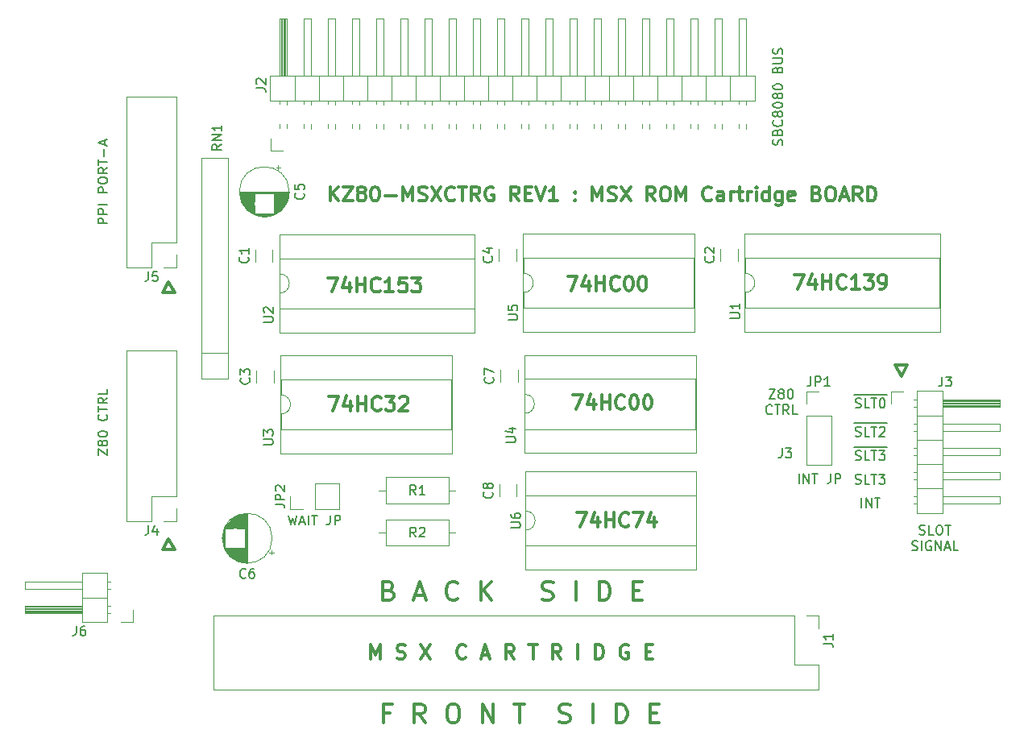
<source format=gto>
G04 #@! TF.GenerationSoftware,KiCad,Pcbnew,(5.1.4-0)*
G04 #@! TF.CreationDate,2019-12-21T12:07:29+09:00*
G04 #@! TF.ProjectId,KZ80-MSXCTRG,4b5a3830-2d4d-4535-9843-5452472e6b69,rev?*
G04 #@! TF.SameCoordinates,Original*
G04 #@! TF.FileFunction,Legend,Top*
G04 #@! TF.FilePolarity,Positive*
%FSLAX46Y46*%
G04 Gerber Fmt 4.6, Leading zero omitted, Abs format (unit mm)*
G04 Created by KiCad (PCBNEW (5.1.4-0)) date 2019-12-21 12:07:29*
%MOMM*%
%LPD*%
G04 APERTURE LIST*
%ADD10C,0.300000*%
%ADD11C,0.150000*%
%ADD12C,0.200000*%
%ADD13C,0.120000*%
%ADD14O,2.000000X2.000000*%
%ADD15R,2.000000X2.000000*%
%ADD16C,2.000000*%
%ADD17O,2.100000X2.100000*%
%ADD18R,2.100000X2.100000*%
%ADD19C,3.600000*%
G04 APERTURE END LIST*
D10*
X174416428Y-129318571D02*
X175416428Y-129318571D01*
X174773571Y-130818571D01*
X176630714Y-129818571D02*
X176630714Y-130818571D01*
X176273571Y-129247142D02*
X175916428Y-130318571D01*
X176845000Y-130318571D01*
X177416428Y-130818571D02*
X177416428Y-129318571D01*
X177416428Y-130032857D02*
X178273571Y-130032857D01*
X178273571Y-130818571D02*
X178273571Y-129318571D01*
X179845000Y-130675714D02*
X179773571Y-130747142D01*
X179559285Y-130818571D01*
X179416428Y-130818571D01*
X179202142Y-130747142D01*
X179059285Y-130604285D01*
X178987857Y-130461428D01*
X178916428Y-130175714D01*
X178916428Y-129961428D01*
X178987857Y-129675714D01*
X179059285Y-129532857D01*
X179202142Y-129390000D01*
X179416428Y-129318571D01*
X179559285Y-129318571D01*
X179773571Y-129390000D01*
X179845000Y-129461428D01*
X180345000Y-129318571D02*
X181345000Y-129318571D01*
X180702142Y-130818571D01*
X182559285Y-129818571D02*
X182559285Y-130818571D01*
X182202142Y-129247142D02*
X181845000Y-130318571D01*
X182773571Y-130318571D01*
D11*
X144106904Y-129592380D02*
X144345000Y-130592380D01*
X144535476Y-129878095D01*
X144725952Y-130592380D01*
X144964047Y-129592380D01*
X145297380Y-130306666D02*
X145773571Y-130306666D01*
X145202142Y-130592380D02*
X145535476Y-129592380D01*
X145868809Y-130592380D01*
X146202142Y-130592380D02*
X146202142Y-129592380D01*
X146535476Y-129592380D02*
X147106904Y-129592380D01*
X146821190Y-130592380D02*
X146821190Y-129592380D01*
X148487857Y-129592380D02*
X148487857Y-130306666D01*
X148440238Y-130449523D01*
X148345000Y-130544761D01*
X148202142Y-130592380D01*
X148106904Y-130592380D01*
X148964047Y-130592380D02*
X148964047Y-129592380D01*
X149345000Y-129592380D01*
X149440238Y-129640000D01*
X149487857Y-129687619D01*
X149535476Y-129782857D01*
X149535476Y-129925714D01*
X149487857Y-130020952D01*
X149440238Y-130068571D01*
X149345000Y-130116190D01*
X148964047Y-130116190D01*
D10*
X208500000Y-114964285D02*
X207857142Y-113821428D01*
X209142857Y-113821428D01*
X208500000Y-114964285D01*
X131500000Y-105035714D02*
X132142857Y-106178571D01*
X130857142Y-106178571D01*
X131500000Y-105035714D01*
X131500000Y-132035714D02*
X132142857Y-133178571D01*
X130857142Y-133178571D01*
X131500000Y-132035714D01*
X152714285Y-144678571D02*
X152714285Y-143178571D01*
X153214285Y-144250000D01*
X153714285Y-143178571D01*
X153714285Y-144678571D01*
X155500000Y-144607142D02*
X155714285Y-144678571D01*
X156071428Y-144678571D01*
X156214285Y-144607142D01*
X156285714Y-144535714D01*
X156357142Y-144392857D01*
X156357142Y-144250000D01*
X156285714Y-144107142D01*
X156214285Y-144035714D01*
X156071428Y-143964285D01*
X155785714Y-143892857D01*
X155642857Y-143821428D01*
X155571428Y-143750000D01*
X155500000Y-143607142D01*
X155500000Y-143464285D01*
X155571428Y-143321428D01*
X155642857Y-143250000D01*
X155785714Y-143178571D01*
X156142857Y-143178571D01*
X156357142Y-143250000D01*
X158000000Y-143178571D02*
X159000000Y-144678571D01*
X159000000Y-143178571D02*
X158000000Y-144678571D01*
X162714285Y-144535714D02*
X162642857Y-144607142D01*
X162428571Y-144678571D01*
X162285714Y-144678571D01*
X162071428Y-144607142D01*
X161928571Y-144464285D01*
X161857142Y-144321428D01*
X161785714Y-144035714D01*
X161785714Y-143821428D01*
X161857142Y-143535714D01*
X161928571Y-143392857D01*
X162071428Y-143250000D01*
X162285714Y-143178571D01*
X162428571Y-143178571D01*
X162642857Y-143250000D01*
X162714285Y-143321428D01*
X164428571Y-144250000D02*
X165142857Y-144250000D01*
X164285714Y-144678571D02*
X164785714Y-143178571D01*
X165285714Y-144678571D01*
X167785714Y-144678571D02*
X167285714Y-143964285D01*
X166928571Y-144678571D02*
X166928571Y-143178571D01*
X167500000Y-143178571D01*
X167642857Y-143250000D01*
X167714285Y-143321428D01*
X167785714Y-143464285D01*
X167785714Y-143678571D01*
X167714285Y-143821428D01*
X167642857Y-143892857D01*
X167500000Y-143964285D01*
X166928571Y-143964285D01*
X169357142Y-143178571D02*
X170214285Y-143178571D01*
X169785714Y-144678571D02*
X169785714Y-143178571D01*
X172714285Y-144678571D02*
X172214285Y-143964285D01*
X171857142Y-144678571D02*
X171857142Y-143178571D01*
X172428571Y-143178571D01*
X172571428Y-143250000D01*
X172642857Y-143321428D01*
X172714285Y-143464285D01*
X172714285Y-143678571D01*
X172642857Y-143821428D01*
X172571428Y-143892857D01*
X172428571Y-143964285D01*
X171857142Y-143964285D01*
X174500000Y-144678571D02*
X174500000Y-143178571D01*
X176357142Y-144678571D02*
X176357142Y-143178571D01*
X176714285Y-143178571D01*
X176928571Y-143250000D01*
X177071428Y-143392857D01*
X177142857Y-143535714D01*
X177214285Y-143821428D01*
X177214285Y-144035714D01*
X177142857Y-144321428D01*
X177071428Y-144464285D01*
X176928571Y-144607142D01*
X176714285Y-144678571D01*
X176357142Y-144678571D01*
X179785714Y-143250000D02*
X179642857Y-143178571D01*
X179428571Y-143178571D01*
X179214285Y-143250000D01*
X179071428Y-143392857D01*
X179000000Y-143535714D01*
X178928571Y-143821428D01*
X178928571Y-144035714D01*
X179000000Y-144321428D01*
X179071428Y-144464285D01*
X179214285Y-144607142D01*
X179428571Y-144678571D01*
X179571428Y-144678571D01*
X179785714Y-144607142D01*
X179857142Y-144535714D01*
X179857142Y-144035714D01*
X179571428Y-144035714D01*
X181642857Y-143892857D02*
X182142857Y-143892857D01*
X182357142Y-144678571D02*
X181642857Y-144678571D01*
X181642857Y-143178571D01*
X182357142Y-143178571D01*
D11*
X210404761Y-131579761D02*
X210547619Y-131627380D01*
X210785714Y-131627380D01*
X210880952Y-131579761D01*
X210928571Y-131532142D01*
X210976190Y-131436904D01*
X210976190Y-131341666D01*
X210928571Y-131246428D01*
X210880952Y-131198809D01*
X210785714Y-131151190D01*
X210595238Y-131103571D01*
X210500000Y-131055952D01*
X210452380Y-131008333D01*
X210404761Y-130913095D01*
X210404761Y-130817857D01*
X210452380Y-130722619D01*
X210500000Y-130675000D01*
X210595238Y-130627380D01*
X210833333Y-130627380D01*
X210976190Y-130675000D01*
X211880952Y-131627380D02*
X211404761Y-131627380D01*
X211404761Y-130627380D01*
X212404761Y-130627380D02*
X212595238Y-130627380D01*
X212690476Y-130675000D01*
X212785714Y-130770238D01*
X212833333Y-130960714D01*
X212833333Y-131294047D01*
X212785714Y-131484523D01*
X212690476Y-131579761D01*
X212595238Y-131627380D01*
X212404761Y-131627380D01*
X212309523Y-131579761D01*
X212214285Y-131484523D01*
X212166666Y-131294047D01*
X212166666Y-130960714D01*
X212214285Y-130770238D01*
X212309523Y-130675000D01*
X212404761Y-130627380D01*
X213119047Y-130627380D02*
X213690476Y-130627380D01*
X213404761Y-131627380D02*
X213404761Y-130627380D01*
X209619047Y-133229761D02*
X209761904Y-133277380D01*
X210000000Y-133277380D01*
X210095238Y-133229761D01*
X210142857Y-133182142D01*
X210190476Y-133086904D01*
X210190476Y-132991666D01*
X210142857Y-132896428D01*
X210095238Y-132848809D01*
X210000000Y-132801190D01*
X209809523Y-132753571D01*
X209714285Y-132705952D01*
X209666666Y-132658333D01*
X209619047Y-132563095D01*
X209619047Y-132467857D01*
X209666666Y-132372619D01*
X209714285Y-132325000D01*
X209809523Y-132277380D01*
X210047619Y-132277380D01*
X210190476Y-132325000D01*
X210619047Y-133277380D02*
X210619047Y-132277380D01*
X211619047Y-132325000D02*
X211523809Y-132277380D01*
X211380952Y-132277380D01*
X211238095Y-132325000D01*
X211142857Y-132420238D01*
X211095238Y-132515476D01*
X211047619Y-132705952D01*
X211047619Y-132848809D01*
X211095238Y-133039285D01*
X211142857Y-133134523D01*
X211238095Y-133229761D01*
X211380952Y-133277380D01*
X211476190Y-133277380D01*
X211619047Y-133229761D01*
X211666666Y-133182142D01*
X211666666Y-132848809D01*
X211476190Y-132848809D01*
X212095238Y-133277380D02*
X212095238Y-132277380D01*
X212666666Y-133277380D01*
X212666666Y-132277380D01*
X213095238Y-132991666D02*
X213571428Y-132991666D01*
X213000000Y-133277380D02*
X213333333Y-132277380D01*
X213666666Y-133277380D01*
X214476190Y-133277380D02*
X214000000Y-133277380D01*
X214000000Y-132277380D01*
D10*
X154665238Y-137487142D02*
X154950952Y-137582380D01*
X155046190Y-137677619D01*
X155141428Y-137868095D01*
X155141428Y-138153809D01*
X155046190Y-138344285D01*
X154950952Y-138439523D01*
X154760476Y-138534761D01*
X153998571Y-138534761D01*
X153998571Y-136534761D01*
X154665238Y-136534761D01*
X154855714Y-136630000D01*
X154950952Y-136725238D01*
X155046190Y-136915714D01*
X155046190Y-137106190D01*
X154950952Y-137296666D01*
X154855714Y-137391904D01*
X154665238Y-137487142D01*
X153998571Y-137487142D01*
X157427142Y-137963333D02*
X158379523Y-137963333D01*
X157236666Y-138534761D02*
X157903333Y-136534761D01*
X158570000Y-138534761D01*
X161903333Y-138344285D02*
X161808095Y-138439523D01*
X161522380Y-138534761D01*
X161331904Y-138534761D01*
X161046190Y-138439523D01*
X160855714Y-138249047D01*
X160760476Y-138058571D01*
X160665238Y-137677619D01*
X160665238Y-137391904D01*
X160760476Y-137010952D01*
X160855714Y-136820476D01*
X161046190Y-136630000D01*
X161331904Y-136534761D01*
X161522380Y-136534761D01*
X161808095Y-136630000D01*
X161903333Y-136725238D01*
X164284285Y-138534761D02*
X164284285Y-136534761D01*
X165427142Y-138534761D02*
X164570000Y-137391904D01*
X165427142Y-136534761D02*
X164284285Y-137677619D01*
X170760476Y-138439523D02*
X171046190Y-138534761D01*
X171522380Y-138534761D01*
X171712857Y-138439523D01*
X171808095Y-138344285D01*
X171903333Y-138153809D01*
X171903333Y-137963333D01*
X171808095Y-137772857D01*
X171712857Y-137677619D01*
X171522380Y-137582380D01*
X171141428Y-137487142D01*
X170950952Y-137391904D01*
X170855714Y-137296666D01*
X170760476Y-137106190D01*
X170760476Y-136915714D01*
X170855714Y-136725238D01*
X170950952Y-136630000D01*
X171141428Y-136534761D01*
X171617619Y-136534761D01*
X171903333Y-136630000D01*
X174284285Y-138534761D02*
X174284285Y-136534761D01*
X176760476Y-138534761D02*
X176760476Y-136534761D01*
X177236666Y-136534761D01*
X177522380Y-136630000D01*
X177712857Y-136820476D01*
X177808095Y-137010952D01*
X177903333Y-137391904D01*
X177903333Y-137677619D01*
X177808095Y-138058571D01*
X177712857Y-138249047D01*
X177522380Y-138439523D01*
X177236666Y-138534761D01*
X176760476Y-138534761D01*
X180284285Y-137487142D02*
X180950952Y-137487142D01*
X181236666Y-138534761D02*
X180284285Y-138534761D01*
X180284285Y-136534761D01*
X181236666Y-136534761D01*
D11*
X195964761Y-90661428D02*
X196012380Y-90518571D01*
X196012380Y-90280476D01*
X195964761Y-90185238D01*
X195917142Y-90137619D01*
X195821904Y-90090000D01*
X195726666Y-90090000D01*
X195631428Y-90137619D01*
X195583809Y-90185238D01*
X195536190Y-90280476D01*
X195488571Y-90470952D01*
X195440952Y-90566190D01*
X195393333Y-90613809D01*
X195298095Y-90661428D01*
X195202857Y-90661428D01*
X195107619Y-90613809D01*
X195060000Y-90566190D01*
X195012380Y-90470952D01*
X195012380Y-90232857D01*
X195060000Y-90090000D01*
X195488571Y-89328095D02*
X195536190Y-89185238D01*
X195583809Y-89137619D01*
X195679047Y-89090000D01*
X195821904Y-89090000D01*
X195917142Y-89137619D01*
X195964761Y-89185238D01*
X196012380Y-89280476D01*
X196012380Y-89661428D01*
X195012380Y-89661428D01*
X195012380Y-89328095D01*
X195060000Y-89232857D01*
X195107619Y-89185238D01*
X195202857Y-89137619D01*
X195298095Y-89137619D01*
X195393333Y-89185238D01*
X195440952Y-89232857D01*
X195488571Y-89328095D01*
X195488571Y-89661428D01*
X195917142Y-88090000D02*
X195964761Y-88137619D01*
X196012380Y-88280476D01*
X196012380Y-88375714D01*
X195964761Y-88518571D01*
X195869523Y-88613809D01*
X195774285Y-88661428D01*
X195583809Y-88709047D01*
X195440952Y-88709047D01*
X195250476Y-88661428D01*
X195155238Y-88613809D01*
X195060000Y-88518571D01*
X195012380Y-88375714D01*
X195012380Y-88280476D01*
X195060000Y-88137619D01*
X195107619Y-88090000D01*
X195440952Y-87518571D02*
X195393333Y-87613809D01*
X195345714Y-87661428D01*
X195250476Y-87709047D01*
X195202857Y-87709047D01*
X195107619Y-87661428D01*
X195060000Y-87613809D01*
X195012380Y-87518571D01*
X195012380Y-87328095D01*
X195060000Y-87232857D01*
X195107619Y-87185238D01*
X195202857Y-87137619D01*
X195250476Y-87137619D01*
X195345714Y-87185238D01*
X195393333Y-87232857D01*
X195440952Y-87328095D01*
X195440952Y-87518571D01*
X195488571Y-87613809D01*
X195536190Y-87661428D01*
X195631428Y-87709047D01*
X195821904Y-87709047D01*
X195917142Y-87661428D01*
X195964761Y-87613809D01*
X196012380Y-87518571D01*
X196012380Y-87328095D01*
X195964761Y-87232857D01*
X195917142Y-87185238D01*
X195821904Y-87137619D01*
X195631428Y-87137619D01*
X195536190Y-87185238D01*
X195488571Y-87232857D01*
X195440952Y-87328095D01*
X195012380Y-86518571D02*
X195012380Y-86423333D01*
X195060000Y-86328095D01*
X195107619Y-86280476D01*
X195202857Y-86232857D01*
X195393333Y-86185238D01*
X195631428Y-86185238D01*
X195821904Y-86232857D01*
X195917142Y-86280476D01*
X195964761Y-86328095D01*
X196012380Y-86423333D01*
X196012380Y-86518571D01*
X195964761Y-86613809D01*
X195917142Y-86661428D01*
X195821904Y-86709047D01*
X195631428Y-86756666D01*
X195393333Y-86756666D01*
X195202857Y-86709047D01*
X195107619Y-86661428D01*
X195060000Y-86613809D01*
X195012380Y-86518571D01*
X195440952Y-85613809D02*
X195393333Y-85709047D01*
X195345714Y-85756666D01*
X195250476Y-85804285D01*
X195202857Y-85804285D01*
X195107619Y-85756666D01*
X195060000Y-85709047D01*
X195012380Y-85613809D01*
X195012380Y-85423333D01*
X195060000Y-85328095D01*
X195107619Y-85280476D01*
X195202857Y-85232857D01*
X195250476Y-85232857D01*
X195345714Y-85280476D01*
X195393333Y-85328095D01*
X195440952Y-85423333D01*
X195440952Y-85613809D01*
X195488571Y-85709047D01*
X195536190Y-85756666D01*
X195631428Y-85804285D01*
X195821904Y-85804285D01*
X195917142Y-85756666D01*
X195964761Y-85709047D01*
X196012380Y-85613809D01*
X196012380Y-85423333D01*
X195964761Y-85328095D01*
X195917142Y-85280476D01*
X195821904Y-85232857D01*
X195631428Y-85232857D01*
X195536190Y-85280476D01*
X195488571Y-85328095D01*
X195440952Y-85423333D01*
X195012380Y-84613809D02*
X195012380Y-84518571D01*
X195060000Y-84423333D01*
X195107619Y-84375714D01*
X195202857Y-84328095D01*
X195393333Y-84280476D01*
X195631428Y-84280476D01*
X195821904Y-84328095D01*
X195917142Y-84375714D01*
X195964761Y-84423333D01*
X196012380Y-84518571D01*
X196012380Y-84613809D01*
X195964761Y-84709047D01*
X195917142Y-84756666D01*
X195821904Y-84804285D01*
X195631428Y-84851904D01*
X195393333Y-84851904D01*
X195202857Y-84804285D01*
X195107619Y-84756666D01*
X195060000Y-84709047D01*
X195012380Y-84613809D01*
X195488571Y-82756666D02*
X195536190Y-82613809D01*
X195583809Y-82566190D01*
X195679047Y-82518571D01*
X195821904Y-82518571D01*
X195917142Y-82566190D01*
X195964761Y-82613809D01*
X196012380Y-82709047D01*
X196012380Y-83090000D01*
X195012380Y-83090000D01*
X195012380Y-82756666D01*
X195060000Y-82661428D01*
X195107619Y-82613809D01*
X195202857Y-82566190D01*
X195298095Y-82566190D01*
X195393333Y-82613809D01*
X195440952Y-82661428D01*
X195488571Y-82756666D01*
X195488571Y-83090000D01*
X195012380Y-82090000D02*
X195821904Y-82090000D01*
X195917142Y-82042380D01*
X195964761Y-81994761D01*
X196012380Y-81899523D01*
X196012380Y-81709047D01*
X195964761Y-81613809D01*
X195917142Y-81566190D01*
X195821904Y-81518571D01*
X195012380Y-81518571D01*
X195964761Y-81090000D02*
X196012380Y-80947142D01*
X196012380Y-80709047D01*
X195964761Y-80613809D01*
X195917142Y-80566190D01*
X195821904Y-80518571D01*
X195726666Y-80518571D01*
X195631428Y-80566190D01*
X195583809Y-80613809D01*
X195536190Y-80709047D01*
X195488571Y-80899523D01*
X195440952Y-80994761D01*
X195393333Y-81042380D01*
X195298095Y-81090000D01*
X195202857Y-81090000D01*
X195107619Y-81042380D01*
X195060000Y-80994761D01*
X195012380Y-80899523D01*
X195012380Y-80661428D01*
X195060000Y-80518571D01*
X197743333Y-126222380D02*
X197743333Y-125222380D01*
X198219523Y-126222380D02*
X198219523Y-125222380D01*
X198790952Y-126222380D01*
X198790952Y-125222380D01*
X199124285Y-125222380D02*
X199695714Y-125222380D01*
X199410000Y-126222380D02*
X199410000Y-125222380D01*
X201076666Y-125222380D02*
X201076666Y-125936666D01*
X201029047Y-126079523D01*
X200933809Y-126174761D01*
X200790952Y-126222380D01*
X200695714Y-126222380D01*
X201552857Y-126222380D02*
X201552857Y-125222380D01*
X201933809Y-125222380D01*
X202029047Y-125270000D01*
X202076666Y-125317619D01*
X202124285Y-125412857D01*
X202124285Y-125555714D01*
X202076666Y-125650952D01*
X202029047Y-125698571D01*
X201933809Y-125746190D01*
X201552857Y-125746190D01*
X194594285Y-116327380D02*
X195260952Y-116327380D01*
X194594285Y-117327380D01*
X195260952Y-117327380D01*
X195784761Y-116755952D02*
X195689523Y-116708333D01*
X195641904Y-116660714D01*
X195594285Y-116565476D01*
X195594285Y-116517857D01*
X195641904Y-116422619D01*
X195689523Y-116375000D01*
X195784761Y-116327380D01*
X195975238Y-116327380D01*
X196070476Y-116375000D01*
X196118095Y-116422619D01*
X196165714Y-116517857D01*
X196165714Y-116565476D01*
X196118095Y-116660714D01*
X196070476Y-116708333D01*
X195975238Y-116755952D01*
X195784761Y-116755952D01*
X195689523Y-116803571D01*
X195641904Y-116851190D01*
X195594285Y-116946428D01*
X195594285Y-117136904D01*
X195641904Y-117232142D01*
X195689523Y-117279761D01*
X195784761Y-117327380D01*
X195975238Y-117327380D01*
X196070476Y-117279761D01*
X196118095Y-117232142D01*
X196165714Y-117136904D01*
X196165714Y-116946428D01*
X196118095Y-116851190D01*
X196070476Y-116803571D01*
X195975238Y-116755952D01*
X196784761Y-116327380D02*
X196880000Y-116327380D01*
X196975238Y-116375000D01*
X197022857Y-116422619D01*
X197070476Y-116517857D01*
X197118095Y-116708333D01*
X197118095Y-116946428D01*
X197070476Y-117136904D01*
X197022857Y-117232142D01*
X196975238Y-117279761D01*
X196880000Y-117327380D01*
X196784761Y-117327380D01*
X196689523Y-117279761D01*
X196641904Y-117232142D01*
X196594285Y-117136904D01*
X196546666Y-116946428D01*
X196546666Y-116708333D01*
X196594285Y-116517857D01*
X196641904Y-116422619D01*
X196689523Y-116375000D01*
X196784761Y-116327380D01*
X194903809Y-118882142D02*
X194856190Y-118929761D01*
X194713333Y-118977380D01*
X194618095Y-118977380D01*
X194475238Y-118929761D01*
X194380000Y-118834523D01*
X194332380Y-118739285D01*
X194284761Y-118548809D01*
X194284761Y-118405952D01*
X194332380Y-118215476D01*
X194380000Y-118120238D01*
X194475238Y-118025000D01*
X194618095Y-117977380D01*
X194713333Y-117977380D01*
X194856190Y-118025000D01*
X194903809Y-118072619D01*
X195189523Y-117977380D02*
X195760952Y-117977380D01*
X195475238Y-118977380D02*
X195475238Y-117977380D01*
X196665714Y-118977380D02*
X196332380Y-118501190D01*
X196094285Y-118977380D02*
X196094285Y-117977380D01*
X196475238Y-117977380D01*
X196570476Y-118025000D01*
X196618095Y-118072619D01*
X196665714Y-118167857D01*
X196665714Y-118310714D01*
X196618095Y-118405952D01*
X196570476Y-118453571D01*
X196475238Y-118501190D01*
X196094285Y-118501190D01*
X197570476Y-118977380D02*
X197094285Y-118977380D01*
X197094285Y-117977380D01*
X195946666Y-122532380D02*
X195946666Y-123246666D01*
X195899047Y-123389523D01*
X195803809Y-123484761D01*
X195660952Y-123532380D01*
X195565714Y-123532380D01*
X196327619Y-122532380D02*
X196946666Y-122532380D01*
X196613333Y-122913333D01*
X196756190Y-122913333D01*
X196851428Y-122960952D01*
X196899047Y-123008571D01*
X196946666Y-123103809D01*
X196946666Y-123341904D01*
X196899047Y-123437142D01*
X196851428Y-123484761D01*
X196756190Y-123532380D01*
X196470476Y-123532380D01*
X196375238Y-123484761D01*
X196327619Y-123437142D01*
X204315238Y-128792380D02*
X204315238Y-127792380D01*
X204791428Y-128792380D02*
X204791428Y-127792380D01*
X205362857Y-128792380D01*
X205362857Y-127792380D01*
X205696190Y-127792380D02*
X206267619Y-127792380D01*
X205981904Y-128792380D02*
X205981904Y-127792380D01*
X203672380Y-126244761D02*
X203815238Y-126292380D01*
X204053333Y-126292380D01*
X204148571Y-126244761D01*
X204196190Y-126197142D01*
X204243809Y-126101904D01*
X204243809Y-126006666D01*
X204196190Y-125911428D01*
X204148571Y-125863809D01*
X204053333Y-125816190D01*
X203862857Y-125768571D01*
X203767619Y-125720952D01*
X203720000Y-125673333D01*
X203672380Y-125578095D01*
X203672380Y-125482857D01*
X203720000Y-125387619D01*
X203767619Y-125340000D01*
X203862857Y-125292380D01*
X204100952Y-125292380D01*
X204243809Y-125340000D01*
X205148571Y-126292380D02*
X204672380Y-126292380D01*
X204672380Y-125292380D01*
X205339047Y-125292380D02*
X205910476Y-125292380D01*
X205624761Y-126292380D02*
X205624761Y-125292380D01*
X206148571Y-125292380D02*
X206767619Y-125292380D01*
X206434285Y-125673333D01*
X206577142Y-125673333D01*
X206672380Y-125720952D01*
X206720000Y-125768571D01*
X206767619Y-125863809D01*
X206767619Y-126101904D01*
X206720000Y-126197142D01*
X206672380Y-126244761D01*
X206577142Y-126292380D01*
X206291428Y-126292380D01*
X206196190Y-126244761D01*
X206148571Y-126197142D01*
X203481904Y-122425000D02*
X204434285Y-122425000D01*
X203672380Y-123744761D02*
X203815238Y-123792380D01*
X204053333Y-123792380D01*
X204148571Y-123744761D01*
X204196190Y-123697142D01*
X204243809Y-123601904D01*
X204243809Y-123506666D01*
X204196190Y-123411428D01*
X204148571Y-123363809D01*
X204053333Y-123316190D01*
X203862857Y-123268571D01*
X203767619Y-123220952D01*
X203720000Y-123173333D01*
X203672380Y-123078095D01*
X203672380Y-122982857D01*
X203720000Y-122887619D01*
X203767619Y-122840000D01*
X203862857Y-122792380D01*
X204100952Y-122792380D01*
X204243809Y-122840000D01*
X204434285Y-122425000D02*
X205243809Y-122425000D01*
X205148571Y-123792380D02*
X204672380Y-123792380D01*
X204672380Y-122792380D01*
X205243809Y-122425000D02*
X206005714Y-122425000D01*
X205339047Y-122792380D02*
X205910476Y-122792380D01*
X205624761Y-123792380D02*
X205624761Y-122792380D01*
X206005714Y-122425000D02*
X206958095Y-122425000D01*
X206148571Y-122792380D02*
X206767619Y-122792380D01*
X206434285Y-123173333D01*
X206577142Y-123173333D01*
X206672380Y-123220952D01*
X206720000Y-123268571D01*
X206767619Y-123363809D01*
X206767619Y-123601904D01*
X206720000Y-123697142D01*
X206672380Y-123744761D01*
X206577142Y-123792380D01*
X206291428Y-123792380D01*
X206196190Y-123744761D01*
X206148571Y-123697142D01*
X203481904Y-119925000D02*
X204434285Y-119925000D01*
X203672380Y-121244761D02*
X203815238Y-121292380D01*
X204053333Y-121292380D01*
X204148571Y-121244761D01*
X204196190Y-121197142D01*
X204243809Y-121101904D01*
X204243809Y-121006666D01*
X204196190Y-120911428D01*
X204148571Y-120863809D01*
X204053333Y-120816190D01*
X203862857Y-120768571D01*
X203767619Y-120720952D01*
X203720000Y-120673333D01*
X203672380Y-120578095D01*
X203672380Y-120482857D01*
X203720000Y-120387619D01*
X203767619Y-120340000D01*
X203862857Y-120292380D01*
X204100952Y-120292380D01*
X204243809Y-120340000D01*
X204434285Y-119925000D02*
X205243809Y-119925000D01*
X205148571Y-121292380D02*
X204672380Y-121292380D01*
X204672380Y-120292380D01*
X205243809Y-119925000D02*
X206005714Y-119925000D01*
X205339047Y-120292380D02*
X205910476Y-120292380D01*
X205624761Y-121292380D02*
X205624761Y-120292380D01*
X206005714Y-119925000D02*
X206958095Y-119925000D01*
X206196190Y-120387619D02*
X206243809Y-120340000D01*
X206339047Y-120292380D01*
X206577142Y-120292380D01*
X206672380Y-120340000D01*
X206720000Y-120387619D01*
X206767619Y-120482857D01*
X206767619Y-120578095D01*
X206720000Y-120720952D01*
X206148571Y-121292380D01*
X206767619Y-121292380D01*
X203481904Y-116925000D02*
X204434285Y-116925000D01*
X203672380Y-118244761D02*
X203815238Y-118292380D01*
X204053333Y-118292380D01*
X204148571Y-118244761D01*
X204196190Y-118197142D01*
X204243809Y-118101904D01*
X204243809Y-118006666D01*
X204196190Y-117911428D01*
X204148571Y-117863809D01*
X204053333Y-117816190D01*
X203862857Y-117768571D01*
X203767619Y-117720952D01*
X203720000Y-117673333D01*
X203672380Y-117578095D01*
X203672380Y-117482857D01*
X203720000Y-117387619D01*
X203767619Y-117340000D01*
X203862857Y-117292380D01*
X204100952Y-117292380D01*
X204243809Y-117340000D01*
X204434285Y-116925000D02*
X205243809Y-116925000D01*
X205148571Y-118292380D02*
X204672380Y-118292380D01*
X204672380Y-117292380D01*
X205243809Y-116925000D02*
X206005714Y-116925000D01*
X205339047Y-117292380D02*
X205910476Y-117292380D01*
X205624761Y-118292380D02*
X205624761Y-117292380D01*
X206005714Y-116925000D02*
X206958095Y-116925000D01*
X206434285Y-117292380D02*
X206529523Y-117292380D01*
X206624761Y-117340000D01*
X206672380Y-117387619D01*
X206720000Y-117482857D01*
X206767619Y-117673333D01*
X206767619Y-117911428D01*
X206720000Y-118101904D01*
X206672380Y-118197142D01*
X206624761Y-118244761D01*
X206529523Y-118292380D01*
X206434285Y-118292380D01*
X206339047Y-118244761D01*
X206291428Y-118197142D01*
X206243809Y-118101904D01*
X206196190Y-117911428D01*
X206196190Y-117673333D01*
X206243809Y-117482857D01*
X206291428Y-117387619D01*
X206339047Y-117340000D01*
X206434285Y-117292380D01*
D12*
X124072380Y-123282380D02*
X124072380Y-122615714D01*
X125072380Y-123282380D01*
X125072380Y-122615714D01*
X124500952Y-122091904D02*
X124453333Y-122187142D01*
X124405714Y-122234761D01*
X124310476Y-122282380D01*
X124262857Y-122282380D01*
X124167619Y-122234761D01*
X124120000Y-122187142D01*
X124072380Y-122091904D01*
X124072380Y-121901428D01*
X124120000Y-121806190D01*
X124167619Y-121758571D01*
X124262857Y-121710952D01*
X124310476Y-121710952D01*
X124405714Y-121758571D01*
X124453333Y-121806190D01*
X124500952Y-121901428D01*
X124500952Y-122091904D01*
X124548571Y-122187142D01*
X124596190Y-122234761D01*
X124691428Y-122282380D01*
X124881904Y-122282380D01*
X124977142Y-122234761D01*
X125024761Y-122187142D01*
X125072380Y-122091904D01*
X125072380Y-121901428D01*
X125024761Y-121806190D01*
X124977142Y-121758571D01*
X124881904Y-121710952D01*
X124691428Y-121710952D01*
X124596190Y-121758571D01*
X124548571Y-121806190D01*
X124500952Y-121901428D01*
X124072380Y-121091904D02*
X124072380Y-120996666D01*
X124120000Y-120901428D01*
X124167619Y-120853809D01*
X124262857Y-120806190D01*
X124453333Y-120758571D01*
X124691428Y-120758571D01*
X124881904Y-120806190D01*
X124977142Y-120853809D01*
X125024761Y-120901428D01*
X125072380Y-120996666D01*
X125072380Y-121091904D01*
X125024761Y-121187142D01*
X124977142Y-121234761D01*
X124881904Y-121282380D01*
X124691428Y-121330000D01*
X124453333Y-121330000D01*
X124262857Y-121282380D01*
X124167619Y-121234761D01*
X124120000Y-121187142D01*
X124072380Y-121091904D01*
X124977142Y-118996666D02*
X125024761Y-119044285D01*
X125072380Y-119187142D01*
X125072380Y-119282380D01*
X125024761Y-119425238D01*
X124929523Y-119520476D01*
X124834285Y-119568095D01*
X124643809Y-119615714D01*
X124500952Y-119615714D01*
X124310476Y-119568095D01*
X124215238Y-119520476D01*
X124120000Y-119425238D01*
X124072380Y-119282380D01*
X124072380Y-119187142D01*
X124120000Y-119044285D01*
X124167619Y-118996666D01*
X124072380Y-118710952D02*
X124072380Y-118139523D01*
X125072380Y-118425238D02*
X124072380Y-118425238D01*
X125072380Y-117234761D02*
X124596190Y-117568095D01*
X125072380Y-117806190D02*
X124072380Y-117806190D01*
X124072380Y-117425238D01*
X124120000Y-117330000D01*
X124167619Y-117282380D01*
X124262857Y-117234761D01*
X124405714Y-117234761D01*
X124500952Y-117282380D01*
X124548571Y-117330000D01*
X124596190Y-117425238D01*
X124596190Y-117806190D01*
X125072380Y-116330000D02*
X125072380Y-116806190D01*
X124072380Y-116806190D01*
X125072380Y-98913333D02*
X124072380Y-98913333D01*
X124072380Y-98532380D01*
X124120000Y-98437142D01*
X124167619Y-98389523D01*
X124262857Y-98341904D01*
X124405714Y-98341904D01*
X124500952Y-98389523D01*
X124548571Y-98437142D01*
X124596190Y-98532380D01*
X124596190Y-98913333D01*
X125072380Y-97913333D02*
X124072380Y-97913333D01*
X124072380Y-97532380D01*
X124120000Y-97437142D01*
X124167619Y-97389523D01*
X124262857Y-97341904D01*
X124405714Y-97341904D01*
X124500952Y-97389523D01*
X124548571Y-97437142D01*
X124596190Y-97532380D01*
X124596190Y-97913333D01*
X125072380Y-96913333D02*
X124072380Y-96913333D01*
X125072380Y-95675238D02*
X124072380Y-95675238D01*
X124072380Y-95294285D01*
X124120000Y-95199047D01*
X124167619Y-95151428D01*
X124262857Y-95103809D01*
X124405714Y-95103809D01*
X124500952Y-95151428D01*
X124548571Y-95199047D01*
X124596190Y-95294285D01*
X124596190Y-95675238D01*
X124072380Y-94484761D02*
X124072380Y-94294285D01*
X124120000Y-94199047D01*
X124215238Y-94103809D01*
X124405714Y-94056190D01*
X124739047Y-94056190D01*
X124929523Y-94103809D01*
X125024761Y-94199047D01*
X125072380Y-94294285D01*
X125072380Y-94484761D01*
X125024761Y-94580000D01*
X124929523Y-94675238D01*
X124739047Y-94722857D01*
X124405714Y-94722857D01*
X124215238Y-94675238D01*
X124120000Y-94580000D01*
X124072380Y-94484761D01*
X125072380Y-93056190D02*
X124596190Y-93389523D01*
X125072380Y-93627619D02*
X124072380Y-93627619D01*
X124072380Y-93246666D01*
X124120000Y-93151428D01*
X124167619Y-93103809D01*
X124262857Y-93056190D01*
X124405714Y-93056190D01*
X124500952Y-93103809D01*
X124548571Y-93151428D01*
X124596190Y-93246666D01*
X124596190Y-93627619D01*
X124072380Y-92770476D02*
X124072380Y-92199047D01*
X125072380Y-92484761D02*
X124072380Y-92484761D01*
X124691428Y-91865714D02*
X124691428Y-91103809D01*
X124786666Y-90675238D02*
X124786666Y-90199047D01*
X125072380Y-90770476D02*
X124072380Y-90437142D01*
X125072380Y-90103809D01*
D10*
X173981428Y-116948571D02*
X174981428Y-116948571D01*
X174338571Y-118448571D01*
X176195714Y-117448571D02*
X176195714Y-118448571D01*
X175838571Y-116877142D02*
X175481428Y-117948571D01*
X176410000Y-117948571D01*
X176981428Y-118448571D02*
X176981428Y-116948571D01*
X176981428Y-117662857D02*
X177838571Y-117662857D01*
X177838571Y-118448571D02*
X177838571Y-116948571D01*
X179410000Y-118305714D02*
X179338571Y-118377142D01*
X179124285Y-118448571D01*
X178981428Y-118448571D01*
X178767142Y-118377142D01*
X178624285Y-118234285D01*
X178552857Y-118091428D01*
X178481428Y-117805714D01*
X178481428Y-117591428D01*
X178552857Y-117305714D01*
X178624285Y-117162857D01*
X178767142Y-117020000D01*
X178981428Y-116948571D01*
X179124285Y-116948571D01*
X179338571Y-117020000D01*
X179410000Y-117091428D01*
X180338571Y-116948571D02*
X180481428Y-116948571D01*
X180624285Y-117020000D01*
X180695714Y-117091428D01*
X180767142Y-117234285D01*
X180838571Y-117520000D01*
X180838571Y-117877142D01*
X180767142Y-118162857D01*
X180695714Y-118305714D01*
X180624285Y-118377142D01*
X180481428Y-118448571D01*
X180338571Y-118448571D01*
X180195714Y-118377142D01*
X180124285Y-118305714D01*
X180052857Y-118162857D01*
X179981428Y-117877142D01*
X179981428Y-117520000D01*
X180052857Y-117234285D01*
X180124285Y-117091428D01*
X180195714Y-117020000D01*
X180338571Y-116948571D01*
X181767142Y-116948571D02*
X181910000Y-116948571D01*
X182052857Y-117020000D01*
X182124285Y-117091428D01*
X182195714Y-117234285D01*
X182267142Y-117520000D01*
X182267142Y-117877142D01*
X182195714Y-118162857D01*
X182124285Y-118305714D01*
X182052857Y-118377142D01*
X181910000Y-118448571D01*
X181767142Y-118448571D01*
X181624285Y-118377142D01*
X181552857Y-118305714D01*
X181481428Y-118162857D01*
X181410000Y-117877142D01*
X181410000Y-117520000D01*
X181481428Y-117234285D01*
X181552857Y-117091428D01*
X181624285Y-117020000D01*
X181767142Y-116948571D01*
X148361428Y-117108571D02*
X149361428Y-117108571D01*
X148718571Y-118608571D01*
X150575714Y-117608571D02*
X150575714Y-118608571D01*
X150218571Y-117037142D02*
X149861428Y-118108571D01*
X150790000Y-118108571D01*
X151361428Y-118608571D02*
X151361428Y-117108571D01*
X151361428Y-117822857D02*
X152218571Y-117822857D01*
X152218571Y-118608571D02*
X152218571Y-117108571D01*
X153790000Y-118465714D02*
X153718571Y-118537142D01*
X153504285Y-118608571D01*
X153361428Y-118608571D01*
X153147142Y-118537142D01*
X153004285Y-118394285D01*
X152932857Y-118251428D01*
X152861428Y-117965714D01*
X152861428Y-117751428D01*
X152932857Y-117465714D01*
X153004285Y-117322857D01*
X153147142Y-117180000D01*
X153361428Y-117108571D01*
X153504285Y-117108571D01*
X153718571Y-117180000D01*
X153790000Y-117251428D01*
X154290000Y-117108571D02*
X155218571Y-117108571D01*
X154718571Y-117680000D01*
X154932857Y-117680000D01*
X155075714Y-117751428D01*
X155147142Y-117822857D01*
X155218571Y-117965714D01*
X155218571Y-118322857D01*
X155147142Y-118465714D01*
X155075714Y-118537142D01*
X154932857Y-118608571D01*
X154504285Y-118608571D01*
X154361428Y-118537142D01*
X154290000Y-118465714D01*
X155790000Y-117251428D02*
X155861428Y-117180000D01*
X156004285Y-117108571D01*
X156361428Y-117108571D01*
X156504285Y-117180000D01*
X156575714Y-117251428D01*
X156647142Y-117394285D01*
X156647142Y-117537142D01*
X156575714Y-117751428D01*
X155718571Y-118608571D01*
X156647142Y-118608571D01*
X197237142Y-104298571D02*
X198237142Y-104298571D01*
X197594285Y-105798571D01*
X199451428Y-104798571D02*
X199451428Y-105798571D01*
X199094285Y-104227142D02*
X198737142Y-105298571D01*
X199665714Y-105298571D01*
X200237142Y-105798571D02*
X200237142Y-104298571D01*
X200237142Y-105012857D02*
X201094285Y-105012857D01*
X201094285Y-105798571D02*
X201094285Y-104298571D01*
X202665714Y-105655714D02*
X202594285Y-105727142D01*
X202380000Y-105798571D01*
X202237142Y-105798571D01*
X202022857Y-105727142D01*
X201880000Y-105584285D01*
X201808571Y-105441428D01*
X201737142Y-105155714D01*
X201737142Y-104941428D01*
X201808571Y-104655714D01*
X201880000Y-104512857D01*
X202022857Y-104370000D01*
X202237142Y-104298571D01*
X202380000Y-104298571D01*
X202594285Y-104370000D01*
X202665714Y-104441428D01*
X204094285Y-105798571D02*
X203237142Y-105798571D01*
X203665714Y-105798571D02*
X203665714Y-104298571D01*
X203522857Y-104512857D01*
X203380000Y-104655714D01*
X203237142Y-104727142D01*
X204594285Y-104298571D02*
X205522857Y-104298571D01*
X205022857Y-104870000D01*
X205237142Y-104870000D01*
X205380000Y-104941428D01*
X205451428Y-105012857D01*
X205522857Y-105155714D01*
X205522857Y-105512857D01*
X205451428Y-105655714D01*
X205380000Y-105727142D01*
X205237142Y-105798571D01*
X204808571Y-105798571D01*
X204665714Y-105727142D01*
X204594285Y-105655714D01*
X206237142Y-105798571D02*
X206522857Y-105798571D01*
X206665714Y-105727142D01*
X206737142Y-105655714D01*
X206880000Y-105441428D01*
X206951428Y-105155714D01*
X206951428Y-104584285D01*
X206880000Y-104441428D01*
X206808571Y-104370000D01*
X206665714Y-104298571D01*
X206380000Y-104298571D01*
X206237142Y-104370000D01*
X206165714Y-104441428D01*
X206094285Y-104584285D01*
X206094285Y-104941428D01*
X206165714Y-105084285D01*
X206237142Y-105155714D01*
X206380000Y-105227142D01*
X206665714Y-105227142D01*
X206808571Y-105155714D01*
X206880000Y-105084285D01*
X206951428Y-104941428D01*
X173431428Y-104458571D02*
X174431428Y-104458571D01*
X173788571Y-105958571D01*
X175645714Y-104958571D02*
X175645714Y-105958571D01*
X175288571Y-104387142D02*
X174931428Y-105458571D01*
X175860000Y-105458571D01*
X176431428Y-105958571D02*
X176431428Y-104458571D01*
X176431428Y-105172857D02*
X177288571Y-105172857D01*
X177288571Y-105958571D02*
X177288571Y-104458571D01*
X178860000Y-105815714D02*
X178788571Y-105887142D01*
X178574285Y-105958571D01*
X178431428Y-105958571D01*
X178217142Y-105887142D01*
X178074285Y-105744285D01*
X178002857Y-105601428D01*
X177931428Y-105315714D01*
X177931428Y-105101428D01*
X178002857Y-104815714D01*
X178074285Y-104672857D01*
X178217142Y-104530000D01*
X178431428Y-104458571D01*
X178574285Y-104458571D01*
X178788571Y-104530000D01*
X178860000Y-104601428D01*
X179788571Y-104458571D02*
X179931428Y-104458571D01*
X180074285Y-104530000D01*
X180145714Y-104601428D01*
X180217142Y-104744285D01*
X180288571Y-105030000D01*
X180288571Y-105387142D01*
X180217142Y-105672857D01*
X180145714Y-105815714D01*
X180074285Y-105887142D01*
X179931428Y-105958571D01*
X179788571Y-105958571D01*
X179645714Y-105887142D01*
X179574285Y-105815714D01*
X179502857Y-105672857D01*
X179431428Y-105387142D01*
X179431428Y-105030000D01*
X179502857Y-104744285D01*
X179574285Y-104601428D01*
X179645714Y-104530000D01*
X179788571Y-104458571D01*
X181217142Y-104458571D02*
X181360000Y-104458571D01*
X181502857Y-104530000D01*
X181574285Y-104601428D01*
X181645714Y-104744285D01*
X181717142Y-105030000D01*
X181717142Y-105387142D01*
X181645714Y-105672857D01*
X181574285Y-105815714D01*
X181502857Y-105887142D01*
X181360000Y-105958571D01*
X181217142Y-105958571D01*
X181074285Y-105887142D01*
X181002857Y-105815714D01*
X180931428Y-105672857D01*
X180860000Y-105387142D01*
X180860000Y-105030000D01*
X180931428Y-104744285D01*
X181002857Y-104601428D01*
X181074285Y-104530000D01*
X181217142Y-104458571D01*
X148277142Y-104618571D02*
X149277142Y-104618571D01*
X148634285Y-106118571D01*
X150491428Y-105118571D02*
X150491428Y-106118571D01*
X150134285Y-104547142D02*
X149777142Y-105618571D01*
X150705714Y-105618571D01*
X151277142Y-106118571D02*
X151277142Y-104618571D01*
X151277142Y-105332857D02*
X152134285Y-105332857D01*
X152134285Y-106118571D02*
X152134285Y-104618571D01*
X153705714Y-105975714D02*
X153634285Y-106047142D01*
X153420000Y-106118571D01*
X153277142Y-106118571D01*
X153062857Y-106047142D01*
X152920000Y-105904285D01*
X152848571Y-105761428D01*
X152777142Y-105475714D01*
X152777142Y-105261428D01*
X152848571Y-104975714D01*
X152920000Y-104832857D01*
X153062857Y-104690000D01*
X153277142Y-104618571D01*
X153420000Y-104618571D01*
X153634285Y-104690000D01*
X153705714Y-104761428D01*
X155134285Y-106118571D02*
X154277142Y-106118571D01*
X154705714Y-106118571D02*
X154705714Y-104618571D01*
X154562857Y-104832857D01*
X154420000Y-104975714D01*
X154277142Y-105047142D01*
X156491428Y-104618571D02*
X155777142Y-104618571D01*
X155705714Y-105332857D01*
X155777142Y-105261428D01*
X155920000Y-105190000D01*
X156277142Y-105190000D01*
X156420000Y-105261428D01*
X156491428Y-105332857D01*
X156562857Y-105475714D01*
X156562857Y-105832857D01*
X156491428Y-105975714D01*
X156420000Y-106047142D01*
X156277142Y-106118571D01*
X155920000Y-106118571D01*
X155777142Y-106047142D01*
X155705714Y-105975714D01*
X157062857Y-104618571D02*
X157991428Y-104618571D01*
X157491428Y-105190000D01*
X157705714Y-105190000D01*
X157848571Y-105261428D01*
X157920000Y-105332857D01*
X157991428Y-105475714D01*
X157991428Y-105832857D01*
X157920000Y-105975714D01*
X157848571Y-106047142D01*
X157705714Y-106118571D01*
X157277142Y-106118571D01*
X157134285Y-106047142D01*
X157062857Y-105975714D01*
X148475714Y-96548571D02*
X148475714Y-95048571D01*
X149332857Y-96548571D02*
X148690000Y-95691428D01*
X149332857Y-95048571D02*
X148475714Y-95905714D01*
X149832857Y-95048571D02*
X150832857Y-95048571D01*
X149832857Y-96548571D01*
X150832857Y-96548571D01*
X151618571Y-95691428D02*
X151475714Y-95620000D01*
X151404285Y-95548571D01*
X151332857Y-95405714D01*
X151332857Y-95334285D01*
X151404285Y-95191428D01*
X151475714Y-95120000D01*
X151618571Y-95048571D01*
X151904285Y-95048571D01*
X152047142Y-95120000D01*
X152118571Y-95191428D01*
X152190000Y-95334285D01*
X152190000Y-95405714D01*
X152118571Y-95548571D01*
X152047142Y-95620000D01*
X151904285Y-95691428D01*
X151618571Y-95691428D01*
X151475714Y-95762857D01*
X151404285Y-95834285D01*
X151332857Y-95977142D01*
X151332857Y-96262857D01*
X151404285Y-96405714D01*
X151475714Y-96477142D01*
X151618571Y-96548571D01*
X151904285Y-96548571D01*
X152047142Y-96477142D01*
X152118571Y-96405714D01*
X152190000Y-96262857D01*
X152190000Y-95977142D01*
X152118571Y-95834285D01*
X152047142Y-95762857D01*
X151904285Y-95691428D01*
X153118571Y-95048571D02*
X153261428Y-95048571D01*
X153404285Y-95120000D01*
X153475714Y-95191428D01*
X153547142Y-95334285D01*
X153618571Y-95620000D01*
X153618571Y-95977142D01*
X153547142Y-96262857D01*
X153475714Y-96405714D01*
X153404285Y-96477142D01*
X153261428Y-96548571D01*
X153118571Y-96548571D01*
X152975714Y-96477142D01*
X152904285Y-96405714D01*
X152832857Y-96262857D01*
X152761428Y-95977142D01*
X152761428Y-95620000D01*
X152832857Y-95334285D01*
X152904285Y-95191428D01*
X152975714Y-95120000D01*
X153118571Y-95048571D01*
X154261428Y-95977142D02*
X155404285Y-95977142D01*
X156118571Y-96548571D02*
X156118571Y-95048571D01*
X156618571Y-96120000D01*
X157118571Y-95048571D01*
X157118571Y-96548571D01*
X157761428Y-96477142D02*
X157975714Y-96548571D01*
X158332857Y-96548571D01*
X158475714Y-96477142D01*
X158547142Y-96405714D01*
X158618571Y-96262857D01*
X158618571Y-96120000D01*
X158547142Y-95977142D01*
X158475714Y-95905714D01*
X158332857Y-95834285D01*
X158047142Y-95762857D01*
X157904285Y-95691428D01*
X157832857Y-95620000D01*
X157761428Y-95477142D01*
X157761428Y-95334285D01*
X157832857Y-95191428D01*
X157904285Y-95120000D01*
X158047142Y-95048571D01*
X158404285Y-95048571D01*
X158618571Y-95120000D01*
X159118571Y-95048571D02*
X160118571Y-96548571D01*
X160118571Y-95048571D02*
X159118571Y-96548571D01*
X161547142Y-96405714D02*
X161475714Y-96477142D01*
X161261428Y-96548571D01*
X161118571Y-96548571D01*
X160904285Y-96477142D01*
X160761428Y-96334285D01*
X160690000Y-96191428D01*
X160618571Y-95905714D01*
X160618571Y-95691428D01*
X160690000Y-95405714D01*
X160761428Y-95262857D01*
X160904285Y-95120000D01*
X161118571Y-95048571D01*
X161261428Y-95048571D01*
X161475714Y-95120000D01*
X161547142Y-95191428D01*
X161975714Y-95048571D02*
X162832857Y-95048571D01*
X162404285Y-96548571D02*
X162404285Y-95048571D01*
X164190000Y-96548571D02*
X163690000Y-95834285D01*
X163332857Y-96548571D02*
X163332857Y-95048571D01*
X163904285Y-95048571D01*
X164047142Y-95120000D01*
X164118571Y-95191428D01*
X164190000Y-95334285D01*
X164190000Y-95548571D01*
X164118571Y-95691428D01*
X164047142Y-95762857D01*
X163904285Y-95834285D01*
X163332857Y-95834285D01*
X165618571Y-95120000D02*
X165475714Y-95048571D01*
X165261428Y-95048571D01*
X165047142Y-95120000D01*
X164904285Y-95262857D01*
X164832857Y-95405714D01*
X164761428Y-95691428D01*
X164761428Y-95905714D01*
X164832857Y-96191428D01*
X164904285Y-96334285D01*
X165047142Y-96477142D01*
X165261428Y-96548571D01*
X165404285Y-96548571D01*
X165618571Y-96477142D01*
X165690000Y-96405714D01*
X165690000Y-95905714D01*
X165404285Y-95905714D01*
X168332857Y-96548571D02*
X167832857Y-95834285D01*
X167475714Y-96548571D02*
X167475714Y-95048571D01*
X168047142Y-95048571D01*
X168190000Y-95120000D01*
X168261428Y-95191428D01*
X168332857Y-95334285D01*
X168332857Y-95548571D01*
X168261428Y-95691428D01*
X168190000Y-95762857D01*
X168047142Y-95834285D01*
X167475714Y-95834285D01*
X168975714Y-95762857D02*
X169475714Y-95762857D01*
X169690000Y-96548571D02*
X168975714Y-96548571D01*
X168975714Y-95048571D01*
X169690000Y-95048571D01*
X170118571Y-95048571D02*
X170618571Y-96548571D01*
X171118571Y-95048571D01*
X172404285Y-96548571D02*
X171547142Y-96548571D01*
X171975714Y-96548571D02*
X171975714Y-95048571D01*
X171832857Y-95262857D01*
X171690000Y-95405714D01*
X171547142Y-95477142D01*
X174190000Y-96405714D02*
X174261428Y-96477142D01*
X174190000Y-96548571D01*
X174118571Y-96477142D01*
X174190000Y-96405714D01*
X174190000Y-96548571D01*
X174190000Y-95620000D02*
X174261428Y-95691428D01*
X174190000Y-95762857D01*
X174118571Y-95691428D01*
X174190000Y-95620000D01*
X174190000Y-95762857D01*
X176047142Y-96548571D02*
X176047142Y-95048571D01*
X176547142Y-96120000D01*
X177047142Y-95048571D01*
X177047142Y-96548571D01*
X177690000Y-96477142D02*
X177904285Y-96548571D01*
X178261428Y-96548571D01*
X178404285Y-96477142D01*
X178475714Y-96405714D01*
X178547142Y-96262857D01*
X178547142Y-96120000D01*
X178475714Y-95977142D01*
X178404285Y-95905714D01*
X178261428Y-95834285D01*
X177975714Y-95762857D01*
X177832857Y-95691428D01*
X177761428Y-95620000D01*
X177690000Y-95477142D01*
X177690000Y-95334285D01*
X177761428Y-95191428D01*
X177832857Y-95120000D01*
X177975714Y-95048571D01*
X178332857Y-95048571D01*
X178547142Y-95120000D01*
X179047142Y-95048571D02*
X180047142Y-96548571D01*
X180047142Y-95048571D02*
X179047142Y-96548571D01*
X182618571Y-96548571D02*
X182118571Y-95834285D01*
X181761428Y-96548571D02*
X181761428Y-95048571D01*
X182332857Y-95048571D01*
X182475714Y-95120000D01*
X182547142Y-95191428D01*
X182618571Y-95334285D01*
X182618571Y-95548571D01*
X182547142Y-95691428D01*
X182475714Y-95762857D01*
X182332857Y-95834285D01*
X181761428Y-95834285D01*
X183547142Y-95048571D02*
X183832857Y-95048571D01*
X183975714Y-95120000D01*
X184118571Y-95262857D01*
X184190000Y-95548571D01*
X184190000Y-96048571D01*
X184118571Y-96334285D01*
X183975714Y-96477142D01*
X183832857Y-96548571D01*
X183547142Y-96548571D01*
X183404285Y-96477142D01*
X183261428Y-96334285D01*
X183190000Y-96048571D01*
X183190000Y-95548571D01*
X183261428Y-95262857D01*
X183404285Y-95120000D01*
X183547142Y-95048571D01*
X184832857Y-96548571D02*
X184832857Y-95048571D01*
X185332857Y-96120000D01*
X185832857Y-95048571D01*
X185832857Y-96548571D01*
X188547142Y-96405714D02*
X188475714Y-96477142D01*
X188261428Y-96548571D01*
X188118571Y-96548571D01*
X187904285Y-96477142D01*
X187761428Y-96334285D01*
X187690000Y-96191428D01*
X187618571Y-95905714D01*
X187618571Y-95691428D01*
X187690000Y-95405714D01*
X187761428Y-95262857D01*
X187904285Y-95120000D01*
X188118571Y-95048571D01*
X188261428Y-95048571D01*
X188475714Y-95120000D01*
X188547142Y-95191428D01*
X189832857Y-96548571D02*
X189832857Y-95762857D01*
X189761428Y-95620000D01*
X189618571Y-95548571D01*
X189332857Y-95548571D01*
X189190000Y-95620000D01*
X189832857Y-96477142D02*
X189690000Y-96548571D01*
X189332857Y-96548571D01*
X189190000Y-96477142D01*
X189118571Y-96334285D01*
X189118571Y-96191428D01*
X189190000Y-96048571D01*
X189332857Y-95977142D01*
X189690000Y-95977142D01*
X189832857Y-95905714D01*
X190547142Y-96548571D02*
X190547142Y-95548571D01*
X190547142Y-95834285D02*
X190618571Y-95691428D01*
X190690000Y-95620000D01*
X190832857Y-95548571D01*
X190975714Y-95548571D01*
X191261428Y-95548571D02*
X191832857Y-95548571D01*
X191475714Y-95048571D02*
X191475714Y-96334285D01*
X191547142Y-96477142D01*
X191690000Y-96548571D01*
X191832857Y-96548571D01*
X192332857Y-96548571D02*
X192332857Y-95548571D01*
X192332857Y-95834285D02*
X192404285Y-95691428D01*
X192475714Y-95620000D01*
X192618571Y-95548571D01*
X192761428Y-95548571D01*
X193261428Y-96548571D02*
X193261428Y-95548571D01*
X193261428Y-95048571D02*
X193190000Y-95120000D01*
X193261428Y-95191428D01*
X193332857Y-95120000D01*
X193261428Y-95048571D01*
X193261428Y-95191428D01*
X194618571Y-96548571D02*
X194618571Y-95048571D01*
X194618571Y-96477142D02*
X194475714Y-96548571D01*
X194190000Y-96548571D01*
X194047142Y-96477142D01*
X193975714Y-96405714D01*
X193904285Y-96262857D01*
X193904285Y-95834285D01*
X193975714Y-95691428D01*
X194047142Y-95620000D01*
X194190000Y-95548571D01*
X194475714Y-95548571D01*
X194618571Y-95620000D01*
X195975714Y-95548571D02*
X195975714Y-96762857D01*
X195904285Y-96905714D01*
X195832857Y-96977142D01*
X195690000Y-97048571D01*
X195475714Y-97048571D01*
X195332857Y-96977142D01*
X195975714Y-96477142D02*
X195832857Y-96548571D01*
X195547142Y-96548571D01*
X195404285Y-96477142D01*
X195332857Y-96405714D01*
X195261428Y-96262857D01*
X195261428Y-95834285D01*
X195332857Y-95691428D01*
X195404285Y-95620000D01*
X195547142Y-95548571D01*
X195832857Y-95548571D01*
X195975714Y-95620000D01*
X197261428Y-96477142D02*
X197118571Y-96548571D01*
X196832857Y-96548571D01*
X196690000Y-96477142D01*
X196618571Y-96334285D01*
X196618571Y-95762857D01*
X196690000Y-95620000D01*
X196832857Y-95548571D01*
X197118571Y-95548571D01*
X197261428Y-95620000D01*
X197332857Y-95762857D01*
X197332857Y-95905714D01*
X196618571Y-96048571D01*
X199618571Y-95762857D02*
X199832857Y-95834285D01*
X199904285Y-95905714D01*
X199975714Y-96048571D01*
X199975714Y-96262857D01*
X199904285Y-96405714D01*
X199832857Y-96477142D01*
X199690000Y-96548571D01*
X199118571Y-96548571D01*
X199118571Y-95048571D01*
X199618571Y-95048571D01*
X199761428Y-95120000D01*
X199832857Y-95191428D01*
X199904285Y-95334285D01*
X199904285Y-95477142D01*
X199832857Y-95620000D01*
X199761428Y-95691428D01*
X199618571Y-95762857D01*
X199118571Y-95762857D01*
X200904285Y-95048571D02*
X201190000Y-95048571D01*
X201332857Y-95120000D01*
X201475714Y-95262857D01*
X201547142Y-95548571D01*
X201547142Y-96048571D01*
X201475714Y-96334285D01*
X201332857Y-96477142D01*
X201190000Y-96548571D01*
X200904285Y-96548571D01*
X200761428Y-96477142D01*
X200618571Y-96334285D01*
X200547142Y-96048571D01*
X200547142Y-95548571D01*
X200618571Y-95262857D01*
X200761428Y-95120000D01*
X200904285Y-95048571D01*
X202118571Y-96120000D02*
X202832857Y-96120000D01*
X201975714Y-96548571D02*
X202475714Y-95048571D01*
X202975714Y-96548571D01*
X204332857Y-96548571D02*
X203832857Y-95834285D01*
X203475714Y-96548571D02*
X203475714Y-95048571D01*
X204047142Y-95048571D01*
X204190000Y-95120000D01*
X204261428Y-95191428D01*
X204332857Y-95334285D01*
X204332857Y-95548571D01*
X204261428Y-95691428D01*
X204190000Y-95762857D01*
X204047142Y-95834285D01*
X203475714Y-95834285D01*
X204975714Y-96548571D02*
X204975714Y-95048571D01*
X205332857Y-95048571D01*
X205547142Y-95120000D01*
X205690000Y-95262857D01*
X205761428Y-95405714D01*
X205832857Y-95691428D01*
X205832857Y-95905714D01*
X205761428Y-96191428D01*
X205690000Y-96334285D01*
X205547142Y-96477142D01*
X205332857Y-96548571D01*
X204975714Y-96548571D01*
X154738095Y-150357142D02*
X154071428Y-150357142D01*
X154071428Y-151404761D02*
X154071428Y-149404761D01*
X155023809Y-149404761D01*
X158452380Y-151404761D02*
X157785714Y-150452380D01*
X157309523Y-151404761D02*
X157309523Y-149404761D01*
X158071428Y-149404761D01*
X158261904Y-149500000D01*
X158357142Y-149595238D01*
X158452380Y-149785714D01*
X158452380Y-150071428D01*
X158357142Y-150261904D01*
X158261904Y-150357142D01*
X158071428Y-150452380D01*
X157309523Y-150452380D01*
X161214285Y-149404761D02*
X161595238Y-149404761D01*
X161785714Y-149500000D01*
X161976190Y-149690476D01*
X162071428Y-150071428D01*
X162071428Y-150738095D01*
X161976190Y-151119047D01*
X161785714Y-151309523D01*
X161595238Y-151404761D01*
X161214285Y-151404761D01*
X161023809Y-151309523D01*
X160833333Y-151119047D01*
X160738095Y-150738095D01*
X160738095Y-150071428D01*
X160833333Y-149690476D01*
X161023809Y-149500000D01*
X161214285Y-149404761D01*
X164452380Y-151404761D02*
X164452380Y-149404761D01*
X165595238Y-151404761D01*
X165595238Y-149404761D01*
X167785714Y-149404761D02*
X168928571Y-149404761D01*
X168357142Y-151404761D02*
X168357142Y-149404761D01*
X172547619Y-151309523D02*
X172833333Y-151404761D01*
X173309523Y-151404761D01*
X173500000Y-151309523D01*
X173595238Y-151214285D01*
X173690476Y-151023809D01*
X173690476Y-150833333D01*
X173595238Y-150642857D01*
X173500000Y-150547619D01*
X173309523Y-150452380D01*
X172928571Y-150357142D01*
X172738095Y-150261904D01*
X172642857Y-150166666D01*
X172547619Y-149976190D01*
X172547619Y-149785714D01*
X172642857Y-149595238D01*
X172738095Y-149500000D01*
X172928571Y-149404761D01*
X173404761Y-149404761D01*
X173690476Y-149500000D01*
X176071428Y-151404761D02*
X176071428Y-149404761D01*
X178547619Y-151404761D02*
X178547619Y-149404761D01*
X179023809Y-149404761D01*
X179309523Y-149500000D01*
X179500000Y-149690476D01*
X179595238Y-149880952D01*
X179690476Y-150261904D01*
X179690476Y-150547619D01*
X179595238Y-150928571D01*
X179500000Y-151119047D01*
X179309523Y-151309523D01*
X179023809Y-151404761D01*
X178547619Y-151404761D01*
X182071428Y-150357142D02*
X182738095Y-150357142D01*
X183023809Y-151404761D02*
X182071428Y-151404761D01*
X182071428Y-149404761D01*
X183023809Y-149404761D01*
D13*
X168950000Y-125000000D02*
X168950000Y-135280000D01*
X186970000Y-125000000D02*
X168950000Y-125000000D01*
X186970000Y-135280000D02*
X186970000Y-125000000D01*
X168950000Y-135280000D02*
X186970000Y-135280000D01*
X169010000Y-127490000D02*
X169010000Y-129140000D01*
X186910000Y-127490000D02*
X169010000Y-127490000D01*
X186910000Y-132790000D02*
X186910000Y-127490000D01*
X169010000Y-132790000D02*
X186910000Y-132790000D01*
X169010000Y-131140000D02*
X169010000Y-132790000D01*
X169010000Y-129140000D02*
G75*
G02X169010000Y-131140000I0J-1000000D01*
G01*
X161680000Y-131410000D02*
X160910000Y-131410000D01*
X153600000Y-131410000D02*
X154370000Y-131410000D01*
X160910000Y-130040000D02*
X154370000Y-130040000D01*
X160910000Y-132780000D02*
X160910000Y-130040000D01*
X154370000Y-132780000D02*
X160910000Y-132780000D01*
X154370000Y-130040000D02*
X154370000Y-132780000D01*
X161680000Y-126965000D02*
X160910000Y-126965000D01*
X153600000Y-126965000D02*
X154370000Y-126965000D01*
X160910000Y-125595000D02*
X154370000Y-125595000D01*
X160910000Y-128335000D02*
X160910000Y-125595000D01*
X154370000Y-128335000D02*
X160910000Y-128335000D01*
X154370000Y-125595000D02*
X154370000Y-128335000D01*
X144245000Y-128930000D02*
X144245000Y-127600000D01*
X145575000Y-128930000D02*
X144245000Y-128930000D01*
X146845000Y-128930000D02*
X146845000Y-126270000D01*
X146845000Y-126270000D02*
X149445000Y-126270000D01*
X146845000Y-128930000D02*
X149445000Y-128930000D01*
X149445000Y-128930000D02*
X149445000Y-126270000D01*
X168085000Y-127614000D02*
X168085000Y-126356000D01*
X166245000Y-127614000D02*
X166245000Y-126356000D01*
X125060000Y-140830000D02*
X125060000Y-135630000D01*
X125060000Y-135630000D02*
X122400000Y-135630000D01*
X122400000Y-135630000D02*
X122400000Y-140830000D01*
X122400000Y-140830000D02*
X125060000Y-140830000D01*
X122400000Y-139880000D02*
X116400000Y-139880000D01*
X116400000Y-139880000D02*
X116400000Y-139120000D01*
X116400000Y-139120000D02*
X122400000Y-139120000D01*
X122400000Y-139820000D02*
X116400000Y-139820000D01*
X122400000Y-139700000D02*
X116400000Y-139700000D01*
X122400000Y-139580000D02*
X116400000Y-139580000D01*
X122400000Y-139460000D02*
X116400000Y-139460000D01*
X122400000Y-139340000D02*
X116400000Y-139340000D01*
X122400000Y-139220000D02*
X116400000Y-139220000D01*
X125390000Y-139880000D02*
X125060000Y-139880000D01*
X125390000Y-139120000D02*
X125060000Y-139120000D01*
X125060000Y-138230000D02*
X122400000Y-138230000D01*
X122400000Y-137340000D02*
X116400000Y-137340000D01*
X116400000Y-137340000D02*
X116400000Y-136580000D01*
X116400000Y-136580000D02*
X122400000Y-136580000D01*
X125457071Y-137340000D02*
X125060000Y-137340000D01*
X125457071Y-136580000D02*
X125060000Y-136580000D01*
X127770000Y-139500000D02*
X127770000Y-140770000D01*
X127770000Y-140770000D02*
X126500000Y-140770000D01*
X142304775Y-133725000D02*
X142304775Y-133225000D01*
X142554775Y-133475000D02*
X142054775Y-133475000D01*
X137149000Y-132284000D02*
X137149000Y-131716000D01*
X137189000Y-132518000D02*
X137189000Y-131482000D01*
X137229000Y-132677000D02*
X137229000Y-131323000D01*
X137269000Y-132805000D02*
X137269000Y-131195000D01*
X137309000Y-132915000D02*
X137309000Y-131085000D01*
X137349000Y-133011000D02*
X137349000Y-130989000D01*
X137389000Y-133098000D02*
X137389000Y-130902000D01*
X137429000Y-133178000D02*
X137429000Y-130822000D01*
X137469000Y-130960000D02*
X137469000Y-130749000D01*
X137469000Y-133251000D02*
X137469000Y-133040000D01*
X137509000Y-130960000D02*
X137509000Y-130681000D01*
X137509000Y-133319000D02*
X137509000Y-133040000D01*
X137549000Y-130960000D02*
X137549000Y-130617000D01*
X137549000Y-133383000D02*
X137549000Y-133040000D01*
X137589000Y-130960000D02*
X137589000Y-130557000D01*
X137589000Y-133443000D02*
X137589000Y-133040000D01*
X137629000Y-130960000D02*
X137629000Y-130500000D01*
X137629000Y-133500000D02*
X137629000Y-133040000D01*
X137669000Y-130960000D02*
X137669000Y-130446000D01*
X137669000Y-133554000D02*
X137669000Y-133040000D01*
X137709000Y-130960000D02*
X137709000Y-130395000D01*
X137709000Y-133605000D02*
X137709000Y-133040000D01*
X137749000Y-130960000D02*
X137749000Y-130347000D01*
X137749000Y-133653000D02*
X137749000Y-133040000D01*
X137789000Y-130960000D02*
X137789000Y-130301000D01*
X137789000Y-133699000D02*
X137789000Y-133040000D01*
X137829000Y-130960000D02*
X137829000Y-130257000D01*
X137829000Y-133743000D02*
X137829000Y-133040000D01*
X137869000Y-130960000D02*
X137869000Y-130215000D01*
X137869000Y-133785000D02*
X137869000Y-133040000D01*
X137909000Y-130960000D02*
X137909000Y-130174000D01*
X137909000Y-133826000D02*
X137909000Y-133040000D01*
X137949000Y-130960000D02*
X137949000Y-130136000D01*
X137949000Y-133864000D02*
X137949000Y-133040000D01*
X137989000Y-130960000D02*
X137989000Y-130099000D01*
X137989000Y-133901000D02*
X137989000Y-133040000D01*
X138029000Y-130960000D02*
X138029000Y-130063000D01*
X138029000Y-133937000D02*
X138029000Y-133040000D01*
X138069000Y-130960000D02*
X138069000Y-130029000D01*
X138069000Y-133971000D02*
X138069000Y-133040000D01*
X138109000Y-130960000D02*
X138109000Y-129996000D01*
X138109000Y-134004000D02*
X138109000Y-133040000D01*
X138149000Y-130960000D02*
X138149000Y-129965000D01*
X138149000Y-134035000D02*
X138149000Y-133040000D01*
X138189000Y-130960000D02*
X138189000Y-129935000D01*
X138189000Y-134065000D02*
X138189000Y-133040000D01*
X138229000Y-130960000D02*
X138229000Y-129905000D01*
X138229000Y-134095000D02*
X138229000Y-133040000D01*
X138269000Y-130960000D02*
X138269000Y-129878000D01*
X138269000Y-134122000D02*
X138269000Y-133040000D01*
X138309000Y-130960000D02*
X138309000Y-129851000D01*
X138309000Y-134149000D02*
X138309000Y-133040000D01*
X138349000Y-130960000D02*
X138349000Y-129825000D01*
X138349000Y-134175000D02*
X138349000Y-133040000D01*
X138389000Y-130960000D02*
X138389000Y-129800000D01*
X138389000Y-134200000D02*
X138389000Y-133040000D01*
X138429000Y-130960000D02*
X138429000Y-129776000D01*
X138429000Y-134224000D02*
X138429000Y-133040000D01*
X138469000Y-130960000D02*
X138469000Y-129753000D01*
X138469000Y-134247000D02*
X138469000Y-133040000D01*
X138509000Y-130960000D02*
X138509000Y-129732000D01*
X138509000Y-134268000D02*
X138509000Y-133040000D01*
X138549000Y-130960000D02*
X138549000Y-129710000D01*
X138549000Y-134290000D02*
X138549000Y-133040000D01*
X138589000Y-130960000D02*
X138589000Y-129690000D01*
X138589000Y-134310000D02*
X138589000Y-133040000D01*
X138629000Y-130960000D02*
X138629000Y-129671000D01*
X138629000Y-134329000D02*
X138629000Y-133040000D01*
X138669000Y-130960000D02*
X138669000Y-129652000D01*
X138669000Y-134348000D02*
X138669000Y-133040000D01*
X138709000Y-130960000D02*
X138709000Y-129635000D01*
X138709000Y-134365000D02*
X138709000Y-133040000D01*
X138749000Y-130960000D02*
X138749000Y-129618000D01*
X138749000Y-134382000D02*
X138749000Y-133040000D01*
X138789000Y-130960000D02*
X138789000Y-129602000D01*
X138789000Y-134398000D02*
X138789000Y-133040000D01*
X138829000Y-130960000D02*
X138829000Y-129586000D01*
X138829000Y-134414000D02*
X138829000Y-133040000D01*
X138869000Y-130960000D02*
X138869000Y-129572000D01*
X138869000Y-134428000D02*
X138869000Y-133040000D01*
X138909000Y-130960000D02*
X138909000Y-129558000D01*
X138909000Y-134442000D02*
X138909000Y-133040000D01*
X138949000Y-130960000D02*
X138949000Y-129545000D01*
X138949000Y-134455000D02*
X138949000Y-133040000D01*
X138989000Y-130960000D02*
X138989000Y-129532000D01*
X138989000Y-134468000D02*
X138989000Y-133040000D01*
X139029000Y-130960000D02*
X139029000Y-129520000D01*
X139029000Y-134480000D02*
X139029000Y-133040000D01*
X139070000Y-130960000D02*
X139070000Y-129509000D01*
X139070000Y-134491000D02*
X139070000Y-133040000D01*
X139110000Y-130960000D02*
X139110000Y-129499000D01*
X139110000Y-134501000D02*
X139110000Y-133040000D01*
X139150000Y-130960000D02*
X139150000Y-129489000D01*
X139150000Y-134511000D02*
X139150000Y-133040000D01*
X139190000Y-130960000D02*
X139190000Y-129480000D01*
X139190000Y-134520000D02*
X139190000Y-133040000D01*
X139230000Y-130960000D02*
X139230000Y-129472000D01*
X139230000Y-134528000D02*
X139230000Y-133040000D01*
X139270000Y-130960000D02*
X139270000Y-129464000D01*
X139270000Y-134536000D02*
X139270000Y-133040000D01*
X139310000Y-130960000D02*
X139310000Y-129457000D01*
X139310000Y-134543000D02*
X139310000Y-133040000D01*
X139350000Y-130960000D02*
X139350000Y-129450000D01*
X139350000Y-134550000D02*
X139350000Y-133040000D01*
X139390000Y-130960000D02*
X139390000Y-129444000D01*
X139390000Y-134556000D02*
X139390000Y-133040000D01*
X139430000Y-130960000D02*
X139430000Y-129439000D01*
X139430000Y-134561000D02*
X139430000Y-133040000D01*
X139470000Y-130960000D02*
X139470000Y-129435000D01*
X139470000Y-134565000D02*
X139470000Y-133040000D01*
X139510000Y-130960000D02*
X139510000Y-129431000D01*
X139510000Y-134569000D02*
X139510000Y-133040000D01*
X139550000Y-134573000D02*
X139550000Y-129427000D01*
X139590000Y-134576000D02*
X139590000Y-129424000D01*
X139630000Y-134578000D02*
X139630000Y-129422000D01*
X139670000Y-134579000D02*
X139670000Y-129421000D01*
X139710000Y-134580000D02*
X139710000Y-129420000D01*
X139750000Y-134580000D02*
X139750000Y-129420000D01*
X142370000Y-132000000D02*
G75*
G03X142370000Y-132000000I-2620000J0D01*
G01*
X144170000Y-95580000D02*
G75*
G03X144170000Y-95580000I-2620000J0D01*
G01*
X144130000Y-95580000D02*
X138970000Y-95580000D01*
X144130000Y-95620000D02*
X138970000Y-95620000D01*
X144129000Y-95660000D02*
X138971000Y-95660000D01*
X144128000Y-95700000D02*
X138972000Y-95700000D01*
X144126000Y-95740000D02*
X138974000Y-95740000D01*
X144123000Y-95780000D02*
X138977000Y-95780000D01*
X144119000Y-95820000D02*
X142590000Y-95820000D01*
X140510000Y-95820000D02*
X138981000Y-95820000D01*
X144115000Y-95860000D02*
X142590000Y-95860000D01*
X140510000Y-95860000D02*
X138985000Y-95860000D01*
X144111000Y-95900000D02*
X142590000Y-95900000D01*
X140510000Y-95900000D02*
X138989000Y-95900000D01*
X144106000Y-95940000D02*
X142590000Y-95940000D01*
X140510000Y-95940000D02*
X138994000Y-95940000D01*
X144100000Y-95980000D02*
X142590000Y-95980000D01*
X140510000Y-95980000D02*
X139000000Y-95980000D01*
X144093000Y-96020000D02*
X142590000Y-96020000D01*
X140510000Y-96020000D02*
X139007000Y-96020000D01*
X144086000Y-96060000D02*
X142590000Y-96060000D01*
X140510000Y-96060000D02*
X139014000Y-96060000D01*
X144078000Y-96100000D02*
X142590000Y-96100000D01*
X140510000Y-96100000D02*
X139022000Y-96100000D01*
X144070000Y-96140000D02*
X142590000Y-96140000D01*
X140510000Y-96140000D02*
X139030000Y-96140000D01*
X144061000Y-96180000D02*
X142590000Y-96180000D01*
X140510000Y-96180000D02*
X139039000Y-96180000D01*
X144051000Y-96220000D02*
X142590000Y-96220000D01*
X140510000Y-96220000D02*
X139049000Y-96220000D01*
X144041000Y-96260000D02*
X142590000Y-96260000D01*
X140510000Y-96260000D02*
X139059000Y-96260000D01*
X144030000Y-96301000D02*
X142590000Y-96301000D01*
X140510000Y-96301000D02*
X139070000Y-96301000D01*
X144018000Y-96341000D02*
X142590000Y-96341000D01*
X140510000Y-96341000D02*
X139082000Y-96341000D01*
X144005000Y-96381000D02*
X142590000Y-96381000D01*
X140510000Y-96381000D02*
X139095000Y-96381000D01*
X143992000Y-96421000D02*
X142590000Y-96421000D01*
X140510000Y-96421000D02*
X139108000Y-96421000D01*
X143978000Y-96461000D02*
X142590000Y-96461000D01*
X140510000Y-96461000D02*
X139122000Y-96461000D01*
X143964000Y-96501000D02*
X142590000Y-96501000D01*
X140510000Y-96501000D02*
X139136000Y-96501000D01*
X143948000Y-96541000D02*
X142590000Y-96541000D01*
X140510000Y-96541000D02*
X139152000Y-96541000D01*
X143932000Y-96581000D02*
X142590000Y-96581000D01*
X140510000Y-96581000D02*
X139168000Y-96581000D01*
X143915000Y-96621000D02*
X142590000Y-96621000D01*
X140510000Y-96621000D02*
X139185000Y-96621000D01*
X143898000Y-96661000D02*
X142590000Y-96661000D01*
X140510000Y-96661000D02*
X139202000Y-96661000D01*
X143879000Y-96701000D02*
X142590000Y-96701000D01*
X140510000Y-96701000D02*
X139221000Y-96701000D01*
X143860000Y-96741000D02*
X142590000Y-96741000D01*
X140510000Y-96741000D02*
X139240000Y-96741000D01*
X143840000Y-96781000D02*
X142590000Y-96781000D01*
X140510000Y-96781000D02*
X139260000Y-96781000D01*
X143818000Y-96821000D02*
X142590000Y-96821000D01*
X140510000Y-96821000D02*
X139282000Y-96821000D01*
X143797000Y-96861000D02*
X142590000Y-96861000D01*
X140510000Y-96861000D02*
X139303000Y-96861000D01*
X143774000Y-96901000D02*
X142590000Y-96901000D01*
X140510000Y-96901000D02*
X139326000Y-96901000D01*
X143750000Y-96941000D02*
X142590000Y-96941000D01*
X140510000Y-96941000D02*
X139350000Y-96941000D01*
X143725000Y-96981000D02*
X142590000Y-96981000D01*
X140510000Y-96981000D02*
X139375000Y-96981000D01*
X143699000Y-97021000D02*
X142590000Y-97021000D01*
X140510000Y-97021000D02*
X139401000Y-97021000D01*
X143672000Y-97061000D02*
X142590000Y-97061000D01*
X140510000Y-97061000D02*
X139428000Y-97061000D01*
X143645000Y-97101000D02*
X142590000Y-97101000D01*
X140510000Y-97101000D02*
X139455000Y-97101000D01*
X143615000Y-97141000D02*
X142590000Y-97141000D01*
X140510000Y-97141000D02*
X139485000Y-97141000D01*
X143585000Y-97181000D02*
X142590000Y-97181000D01*
X140510000Y-97181000D02*
X139515000Y-97181000D01*
X143554000Y-97221000D02*
X142590000Y-97221000D01*
X140510000Y-97221000D02*
X139546000Y-97221000D01*
X143521000Y-97261000D02*
X142590000Y-97261000D01*
X140510000Y-97261000D02*
X139579000Y-97261000D01*
X143487000Y-97301000D02*
X142590000Y-97301000D01*
X140510000Y-97301000D02*
X139613000Y-97301000D01*
X143451000Y-97341000D02*
X142590000Y-97341000D01*
X140510000Y-97341000D02*
X139649000Y-97341000D01*
X143414000Y-97381000D02*
X142590000Y-97381000D01*
X140510000Y-97381000D02*
X139686000Y-97381000D01*
X143376000Y-97421000D02*
X142590000Y-97421000D01*
X140510000Y-97421000D02*
X139724000Y-97421000D01*
X143335000Y-97461000D02*
X142590000Y-97461000D01*
X140510000Y-97461000D02*
X139765000Y-97461000D01*
X143293000Y-97501000D02*
X142590000Y-97501000D01*
X140510000Y-97501000D02*
X139807000Y-97501000D01*
X143249000Y-97541000D02*
X142590000Y-97541000D01*
X140510000Y-97541000D02*
X139851000Y-97541000D01*
X143203000Y-97581000D02*
X142590000Y-97581000D01*
X140510000Y-97581000D02*
X139897000Y-97581000D01*
X143155000Y-97621000D02*
X142590000Y-97621000D01*
X140510000Y-97621000D02*
X139945000Y-97621000D01*
X143104000Y-97661000D02*
X142590000Y-97661000D01*
X140510000Y-97661000D02*
X139996000Y-97661000D01*
X143050000Y-97701000D02*
X142590000Y-97701000D01*
X140510000Y-97701000D02*
X140050000Y-97701000D01*
X142993000Y-97741000D02*
X142590000Y-97741000D01*
X140510000Y-97741000D02*
X140107000Y-97741000D01*
X142933000Y-97781000D02*
X142590000Y-97781000D01*
X140510000Y-97781000D02*
X140167000Y-97781000D01*
X142869000Y-97821000D02*
X142590000Y-97821000D01*
X140510000Y-97821000D02*
X140231000Y-97821000D01*
X142801000Y-97861000D02*
X142590000Y-97861000D01*
X140510000Y-97861000D02*
X140299000Y-97861000D01*
X142728000Y-97901000D02*
X140372000Y-97901000D01*
X142648000Y-97941000D02*
X140452000Y-97941000D01*
X142561000Y-97981000D02*
X140539000Y-97981000D01*
X142465000Y-98021000D02*
X140635000Y-98021000D01*
X142355000Y-98061000D02*
X140745000Y-98061000D01*
X142227000Y-98101000D02*
X140873000Y-98101000D01*
X142068000Y-98141000D02*
X141032000Y-98141000D01*
X141834000Y-98181000D02*
X141266000Y-98181000D01*
X143025000Y-92775225D02*
X143025000Y-93275225D01*
X143275000Y-93025225D02*
X142775000Y-93025225D01*
X166340000Y-115559000D02*
X166340000Y-114301000D01*
X168180000Y-115559000D02*
X168180000Y-114301000D01*
X168060000Y-102849000D02*
X168060000Y-101591000D01*
X166220000Y-102849000D02*
X166220000Y-101591000D01*
X140710000Y-115629000D02*
X140710000Y-114371000D01*
X142550000Y-115629000D02*
X142550000Y-114371000D01*
X191340000Y-102849000D02*
X191340000Y-101591000D01*
X189500000Y-102849000D02*
X189500000Y-101591000D01*
X140590000Y-102919000D02*
X140590000Y-101661000D01*
X142430000Y-102919000D02*
X142430000Y-101661000D01*
X136210000Y-140130000D02*
X136210000Y-147870000D01*
X197230000Y-140130000D02*
X136210000Y-140130000D01*
X199830000Y-147870000D02*
X136210000Y-147870000D01*
X197230000Y-140130000D02*
X197230000Y-145280000D01*
X197230000Y-145270000D02*
X199830000Y-145270000D01*
X199830000Y-145270000D02*
X199830000Y-147870000D01*
X198500000Y-140130000D02*
X199830000Y-140130000D01*
X199830000Y-140130000D02*
X199830000Y-141460000D01*
X198490000Y-124300000D02*
X201150000Y-124300000D01*
X198490000Y-119160000D02*
X198490000Y-124300000D01*
X201150000Y-119160000D02*
X201150000Y-124300000D01*
X198490000Y-119160000D02*
X201150000Y-119160000D01*
X198490000Y-117890000D02*
X198490000Y-116560000D01*
X198490000Y-116560000D02*
X199820000Y-116560000D01*
X210160000Y-116510000D02*
X210160000Y-129330000D01*
X210160000Y-129330000D02*
X212820000Y-129330000D01*
X212820000Y-129330000D02*
X212820000Y-116510000D01*
X212820000Y-116510000D02*
X210160000Y-116510000D01*
X212820000Y-117460000D02*
X218820000Y-117460000D01*
X218820000Y-117460000D02*
X218820000Y-118220000D01*
X218820000Y-118220000D02*
X212820000Y-118220000D01*
X212820000Y-117520000D02*
X218820000Y-117520000D01*
X212820000Y-117640000D02*
X218820000Y-117640000D01*
X212820000Y-117760000D02*
X218820000Y-117760000D01*
X212820000Y-117880000D02*
X218820000Y-117880000D01*
X212820000Y-118000000D02*
X218820000Y-118000000D01*
X212820000Y-118120000D02*
X218820000Y-118120000D01*
X209830000Y-117460000D02*
X210160000Y-117460000D01*
X209830000Y-118220000D02*
X210160000Y-118220000D01*
X210160000Y-119110000D02*
X212820000Y-119110000D01*
X212820000Y-120000000D02*
X218820000Y-120000000D01*
X218820000Y-120000000D02*
X218820000Y-120760000D01*
X218820000Y-120760000D02*
X212820000Y-120760000D01*
X209762929Y-120000000D02*
X210160000Y-120000000D01*
X209762929Y-120760000D02*
X210160000Y-120760000D01*
X210160000Y-121650000D02*
X212820000Y-121650000D01*
X212820000Y-122540000D02*
X218820000Y-122540000D01*
X218820000Y-122540000D02*
X218820000Y-123300000D01*
X218820000Y-123300000D02*
X212820000Y-123300000D01*
X209762929Y-122540000D02*
X210160000Y-122540000D01*
X209762929Y-123300000D02*
X210160000Y-123300000D01*
X210160000Y-124190000D02*
X212820000Y-124190000D01*
X212820000Y-125080000D02*
X218820000Y-125080000D01*
X218820000Y-125080000D02*
X218820000Y-125840000D01*
X218820000Y-125840000D02*
X212820000Y-125840000D01*
X209762929Y-125080000D02*
X210160000Y-125080000D01*
X209762929Y-125840000D02*
X210160000Y-125840000D01*
X210160000Y-126730000D02*
X212820000Y-126730000D01*
X212820000Y-127620000D02*
X218820000Y-127620000D01*
X218820000Y-127620000D02*
X218820000Y-128380000D01*
X218820000Y-128380000D02*
X212820000Y-128380000D01*
X209762929Y-127620000D02*
X210160000Y-127620000D01*
X209762929Y-128380000D02*
X210160000Y-128380000D01*
X207450000Y-117840000D02*
X207450000Y-116570000D01*
X207450000Y-116570000D02*
X208720000Y-116570000D01*
X132300000Y-103530000D02*
X130970000Y-103530000D01*
X132300000Y-102200000D02*
X132300000Y-103530000D01*
X129700000Y-103530000D02*
X127100000Y-103530000D01*
X129700000Y-100930000D02*
X129700000Y-103530000D01*
X132300000Y-100930000D02*
X129700000Y-100930000D01*
X127100000Y-103530000D02*
X127100000Y-85630000D01*
X132300000Y-100930000D02*
X132300000Y-85630000D01*
X132300000Y-85630000D02*
X127100000Y-85630000D01*
X132300000Y-112300000D02*
X127100000Y-112300000D01*
X132300000Y-127600000D02*
X132300000Y-112300000D01*
X127100000Y-130200000D02*
X127100000Y-112300000D01*
X132300000Y-127600000D02*
X129700000Y-127600000D01*
X129700000Y-127600000D02*
X129700000Y-130200000D01*
X129700000Y-130200000D02*
X127100000Y-130200000D01*
X132300000Y-128870000D02*
X132300000Y-130200000D01*
X132300000Y-130200000D02*
X130970000Y-130200000D01*
X142170000Y-86020000D02*
X193090000Y-86020000D01*
X193090000Y-86020000D02*
X193090000Y-83360000D01*
X193090000Y-83360000D02*
X142170000Y-83360000D01*
X142170000Y-83360000D02*
X142170000Y-86020000D01*
X143120000Y-83360000D02*
X143120000Y-77360000D01*
X143120000Y-77360000D02*
X143880000Y-77360000D01*
X143880000Y-77360000D02*
X143880000Y-83360000D01*
X143180000Y-83360000D02*
X143180000Y-77360000D01*
X143300000Y-83360000D02*
X143300000Y-77360000D01*
X143420000Y-83360000D02*
X143420000Y-77360000D01*
X143540000Y-83360000D02*
X143540000Y-77360000D01*
X143660000Y-83360000D02*
X143660000Y-77360000D01*
X143780000Y-83360000D02*
X143780000Y-77360000D01*
X143120000Y-86417071D02*
X143120000Y-86020000D01*
X143880000Y-86417071D02*
X143880000Y-86020000D01*
X143120000Y-88890000D02*
X143120000Y-88502929D01*
X143880000Y-88890000D02*
X143880000Y-88502929D01*
X144770000Y-86020000D02*
X144770000Y-83360000D01*
X145660000Y-83360000D02*
X145660000Y-77360000D01*
X145660000Y-77360000D02*
X146420000Y-77360000D01*
X146420000Y-77360000D02*
X146420000Y-83360000D01*
X145660000Y-86417071D02*
X145660000Y-86020000D01*
X146420000Y-86417071D02*
X146420000Y-86020000D01*
X145660000Y-88957071D02*
X145660000Y-88502929D01*
X146420000Y-88957071D02*
X146420000Y-88502929D01*
X147310000Y-86020000D02*
X147310000Y-83360000D01*
X148200000Y-83360000D02*
X148200000Y-77360000D01*
X148200000Y-77360000D02*
X148960000Y-77360000D01*
X148960000Y-77360000D02*
X148960000Y-83360000D01*
X148200000Y-86417071D02*
X148200000Y-86020000D01*
X148960000Y-86417071D02*
X148960000Y-86020000D01*
X148200000Y-88957071D02*
X148200000Y-88502929D01*
X148960000Y-88957071D02*
X148960000Y-88502929D01*
X149850000Y-86020000D02*
X149850000Y-83360000D01*
X150740000Y-83360000D02*
X150740000Y-77360000D01*
X150740000Y-77360000D02*
X151500000Y-77360000D01*
X151500000Y-77360000D02*
X151500000Y-83360000D01*
X150740000Y-86417071D02*
X150740000Y-86020000D01*
X151500000Y-86417071D02*
X151500000Y-86020000D01*
X150740000Y-88957071D02*
X150740000Y-88502929D01*
X151500000Y-88957071D02*
X151500000Y-88502929D01*
X152390000Y-86020000D02*
X152390000Y-83360000D01*
X153280000Y-83360000D02*
X153280000Y-77360000D01*
X153280000Y-77360000D02*
X154040000Y-77360000D01*
X154040000Y-77360000D02*
X154040000Y-83360000D01*
X153280000Y-86417071D02*
X153280000Y-86020000D01*
X154040000Y-86417071D02*
X154040000Y-86020000D01*
X153280000Y-88957071D02*
X153280000Y-88502929D01*
X154040000Y-88957071D02*
X154040000Y-88502929D01*
X154930000Y-86020000D02*
X154930000Y-83360000D01*
X155820000Y-83360000D02*
X155820000Y-77360000D01*
X155820000Y-77360000D02*
X156580000Y-77360000D01*
X156580000Y-77360000D02*
X156580000Y-83360000D01*
X155820000Y-86417071D02*
X155820000Y-86020000D01*
X156580000Y-86417071D02*
X156580000Y-86020000D01*
X155820000Y-88957071D02*
X155820000Y-88502929D01*
X156580000Y-88957071D02*
X156580000Y-88502929D01*
X157470000Y-86020000D02*
X157470000Y-83360000D01*
X158360000Y-83360000D02*
X158360000Y-77360000D01*
X158360000Y-77360000D02*
X159120000Y-77360000D01*
X159120000Y-77360000D02*
X159120000Y-83360000D01*
X158360000Y-86417071D02*
X158360000Y-86020000D01*
X159120000Y-86417071D02*
X159120000Y-86020000D01*
X158360000Y-88957071D02*
X158360000Y-88502929D01*
X159120000Y-88957071D02*
X159120000Y-88502929D01*
X160010000Y-86020000D02*
X160010000Y-83360000D01*
X160900000Y-83360000D02*
X160900000Y-77360000D01*
X160900000Y-77360000D02*
X161660000Y-77360000D01*
X161660000Y-77360000D02*
X161660000Y-83360000D01*
X160900000Y-86417071D02*
X160900000Y-86020000D01*
X161660000Y-86417071D02*
X161660000Y-86020000D01*
X160900000Y-88957071D02*
X160900000Y-88502929D01*
X161660000Y-88957071D02*
X161660000Y-88502929D01*
X162550000Y-86020000D02*
X162550000Y-83360000D01*
X163440000Y-83360000D02*
X163440000Y-77360000D01*
X163440000Y-77360000D02*
X164200000Y-77360000D01*
X164200000Y-77360000D02*
X164200000Y-83360000D01*
X163440000Y-86417071D02*
X163440000Y-86020000D01*
X164200000Y-86417071D02*
X164200000Y-86020000D01*
X163440000Y-88957071D02*
X163440000Y-88502929D01*
X164200000Y-88957071D02*
X164200000Y-88502929D01*
X165090000Y-86020000D02*
X165090000Y-83360000D01*
X165980000Y-83360000D02*
X165980000Y-77360000D01*
X165980000Y-77360000D02*
X166740000Y-77360000D01*
X166740000Y-77360000D02*
X166740000Y-83360000D01*
X165980000Y-86417071D02*
X165980000Y-86020000D01*
X166740000Y-86417071D02*
X166740000Y-86020000D01*
X165980000Y-88957071D02*
X165980000Y-88502929D01*
X166740000Y-88957071D02*
X166740000Y-88502929D01*
X167630000Y-86020000D02*
X167630000Y-83360000D01*
X168520000Y-83360000D02*
X168520000Y-77360000D01*
X168520000Y-77360000D02*
X169280000Y-77360000D01*
X169280000Y-77360000D02*
X169280000Y-83360000D01*
X168520000Y-86417071D02*
X168520000Y-86020000D01*
X169280000Y-86417071D02*
X169280000Y-86020000D01*
X168520000Y-88957071D02*
X168520000Y-88502929D01*
X169280000Y-88957071D02*
X169280000Y-88502929D01*
X170170000Y-86020000D02*
X170170000Y-83360000D01*
X171060000Y-83360000D02*
X171060000Y-77360000D01*
X171060000Y-77360000D02*
X171820000Y-77360000D01*
X171820000Y-77360000D02*
X171820000Y-83360000D01*
X171060000Y-86417071D02*
X171060000Y-86020000D01*
X171820000Y-86417071D02*
X171820000Y-86020000D01*
X171060000Y-88957071D02*
X171060000Y-88502929D01*
X171820000Y-88957071D02*
X171820000Y-88502929D01*
X172710000Y-86020000D02*
X172710000Y-83360000D01*
X173600000Y-83360000D02*
X173600000Y-77360000D01*
X173600000Y-77360000D02*
X174360000Y-77360000D01*
X174360000Y-77360000D02*
X174360000Y-83360000D01*
X173600000Y-86417071D02*
X173600000Y-86020000D01*
X174360000Y-86417071D02*
X174360000Y-86020000D01*
X173600000Y-88957071D02*
X173600000Y-88502929D01*
X174360000Y-88957071D02*
X174360000Y-88502929D01*
X175250000Y-86020000D02*
X175250000Y-83360000D01*
X176140000Y-83360000D02*
X176140000Y-77360000D01*
X176140000Y-77360000D02*
X176900000Y-77360000D01*
X176900000Y-77360000D02*
X176900000Y-83360000D01*
X176140000Y-86417071D02*
X176140000Y-86020000D01*
X176900000Y-86417071D02*
X176900000Y-86020000D01*
X176140000Y-88957071D02*
X176140000Y-88502929D01*
X176900000Y-88957071D02*
X176900000Y-88502929D01*
X177790000Y-86020000D02*
X177790000Y-83360000D01*
X178680000Y-83360000D02*
X178680000Y-77360000D01*
X178680000Y-77360000D02*
X179440000Y-77360000D01*
X179440000Y-77360000D02*
X179440000Y-83360000D01*
X178680000Y-86417071D02*
X178680000Y-86020000D01*
X179440000Y-86417071D02*
X179440000Y-86020000D01*
X178680000Y-88957071D02*
X178680000Y-88502929D01*
X179440000Y-88957071D02*
X179440000Y-88502929D01*
X180330000Y-86020000D02*
X180330000Y-83360000D01*
X181220000Y-83360000D02*
X181220000Y-77360000D01*
X181220000Y-77360000D02*
X181980000Y-77360000D01*
X181980000Y-77360000D02*
X181980000Y-83360000D01*
X181220000Y-86417071D02*
X181220000Y-86020000D01*
X181980000Y-86417071D02*
X181980000Y-86020000D01*
X181220000Y-88957071D02*
X181220000Y-88502929D01*
X181980000Y-88957071D02*
X181980000Y-88502929D01*
X182870000Y-86020000D02*
X182870000Y-83360000D01*
X183760000Y-83360000D02*
X183760000Y-77360000D01*
X183760000Y-77360000D02*
X184520000Y-77360000D01*
X184520000Y-77360000D02*
X184520000Y-83360000D01*
X183760000Y-86417071D02*
X183760000Y-86020000D01*
X184520000Y-86417071D02*
X184520000Y-86020000D01*
X183760000Y-88957071D02*
X183760000Y-88502929D01*
X184520000Y-88957071D02*
X184520000Y-88502929D01*
X185410000Y-86020000D02*
X185410000Y-83360000D01*
X186300000Y-83360000D02*
X186300000Y-77360000D01*
X186300000Y-77360000D02*
X187060000Y-77360000D01*
X187060000Y-77360000D02*
X187060000Y-83360000D01*
X186300000Y-86417071D02*
X186300000Y-86020000D01*
X187060000Y-86417071D02*
X187060000Y-86020000D01*
X186300000Y-88957071D02*
X186300000Y-88502929D01*
X187060000Y-88957071D02*
X187060000Y-88502929D01*
X187950000Y-86020000D02*
X187950000Y-83360000D01*
X188840000Y-83360000D02*
X188840000Y-77360000D01*
X188840000Y-77360000D02*
X189600000Y-77360000D01*
X189600000Y-77360000D02*
X189600000Y-83360000D01*
X188840000Y-86417071D02*
X188840000Y-86020000D01*
X189600000Y-86417071D02*
X189600000Y-86020000D01*
X188840000Y-88957071D02*
X188840000Y-88502929D01*
X189600000Y-88957071D02*
X189600000Y-88502929D01*
X190490000Y-86020000D02*
X190490000Y-83360000D01*
X191380000Y-83360000D02*
X191380000Y-77360000D01*
X191380000Y-77360000D02*
X192140000Y-77360000D01*
X192140000Y-77360000D02*
X192140000Y-83360000D01*
X191380000Y-86417071D02*
X191380000Y-86020000D01*
X192140000Y-86417071D02*
X192140000Y-86020000D01*
X191380000Y-88957071D02*
X191380000Y-88502929D01*
X192140000Y-88957071D02*
X192140000Y-88502929D01*
X143500000Y-91270000D02*
X142230000Y-91270000D01*
X142230000Y-91270000D02*
X142230000Y-90000000D01*
X168810000Y-104160000D02*
G75*
G02X168810000Y-106160000I0J-1000000D01*
G01*
X168810000Y-106160000D02*
X168810000Y-107810000D01*
X168810000Y-107810000D02*
X186710000Y-107810000D01*
X186710000Y-107810000D02*
X186710000Y-102510000D01*
X186710000Y-102510000D02*
X168810000Y-102510000D01*
X168810000Y-102510000D02*
X168810000Y-104160000D01*
X168750000Y-110300000D02*
X186770000Y-110300000D01*
X186770000Y-110300000D02*
X186770000Y-100020000D01*
X186770000Y-100020000D02*
X168750000Y-100020000D01*
X168750000Y-100020000D02*
X168750000Y-110300000D01*
X168870000Y-112730000D02*
X168870000Y-123010000D01*
X186890000Y-112730000D02*
X168870000Y-112730000D01*
X186890000Y-123010000D02*
X186890000Y-112730000D01*
X168870000Y-123010000D02*
X186890000Y-123010000D01*
X168930000Y-115220000D02*
X168930000Y-116870000D01*
X186830000Y-115220000D02*
X168930000Y-115220000D01*
X186830000Y-120520000D02*
X186830000Y-115220000D01*
X168930000Y-120520000D02*
X186830000Y-120520000D01*
X168930000Y-118870000D02*
X168930000Y-120520000D01*
X168930000Y-116870000D02*
G75*
G02X168930000Y-118870000I0J-1000000D01*
G01*
X143300000Y-116940000D02*
G75*
G02X143300000Y-118940000I0J-1000000D01*
G01*
X143300000Y-118940000D02*
X143300000Y-120590000D01*
X143300000Y-120590000D02*
X161200000Y-120590000D01*
X161200000Y-120590000D02*
X161200000Y-115290000D01*
X161200000Y-115290000D02*
X143300000Y-115290000D01*
X143300000Y-115290000D02*
X143300000Y-116940000D01*
X143240000Y-123080000D02*
X161260000Y-123080000D01*
X161260000Y-123080000D02*
X161260000Y-112800000D01*
X161260000Y-112800000D02*
X143240000Y-112800000D01*
X143240000Y-112800000D02*
X143240000Y-123080000D01*
X143120000Y-100090000D02*
X143120000Y-110370000D01*
X163680000Y-100090000D02*
X143120000Y-100090000D01*
X163680000Y-110370000D02*
X163680000Y-100090000D01*
X143120000Y-110370000D02*
X163680000Y-110370000D01*
X143180000Y-102580000D02*
X143180000Y-104230000D01*
X163620000Y-102580000D02*
X143180000Y-102580000D01*
X163620000Y-107880000D02*
X163620000Y-102580000D01*
X143180000Y-107880000D02*
X163620000Y-107880000D01*
X143180000Y-106230000D02*
X143180000Y-107880000D01*
X143180000Y-104230000D02*
G75*
G02X143180000Y-106230000I0J-1000000D01*
G01*
X192090000Y-104160000D02*
G75*
G02X192090000Y-106160000I0J-1000000D01*
G01*
X192090000Y-106160000D02*
X192090000Y-107810000D01*
X192090000Y-107810000D02*
X212530000Y-107810000D01*
X212530000Y-107810000D02*
X212530000Y-102510000D01*
X212530000Y-102510000D02*
X192090000Y-102510000D01*
X192090000Y-102510000D02*
X192090000Y-104160000D01*
X192030000Y-110300000D02*
X212590000Y-110300000D01*
X212590000Y-110300000D02*
X212590000Y-100020000D01*
X212590000Y-100020000D02*
X192030000Y-100020000D01*
X192030000Y-100020000D02*
X192030000Y-110300000D01*
X134970000Y-115230000D02*
X137770000Y-115230000D01*
X137770000Y-115230000D02*
X137770000Y-92030000D01*
X137770000Y-92030000D02*
X134970000Y-92030000D01*
X134970000Y-92030000D02*
X134970000Y-115230000D01*
X134970000Y-112520000D02*
X137770000Y-112520000D01*
D11*
X167462380Y-130901904D02*
X168271904Y-130901904D01*
X168367142Y-130854285D01*
X168414761Y-130806666D01*
X168462380Y-130711428D01*
X168462380Y-130520952D01*
X168414761Y-130425714D01*
X168367142Y-130378095D01*
X168271904Y-130330476D01*
X167462380Y-130330476D01*
X167462380Y-129425714D02*
X167462380Y-129616190D01*
X167510000Y-129711428D01*
X167557619Y-129759047D01*
X167700476Y-129854285D01*
X167890952Y-129901904D01*
X168271904Y-129901904D01*
X168367142Y-129854285D01*
X168414761Y-129806666D01*
X168462380Y-129711428D01*
X168462380Y-129520952D01*
X168414761Y-129425714D01*
X168367142Y-129378095D01*
X168271904Y-129330476D01*
X168033809Y-129330476D01*
X167938571Y-129378095D01*
X167890952Y-129425714D01*
X167843333Y-129520952D01*
X167843333Y-129711428D01*
X167890952Y-129806666D01*
X167938571Y-129854285D01*
X168033809Y-129901904D01*
X157473333Y-131862380D02*
X157140000Y-131386190D01*
X156901904Y-131862380D02*
X156901904Y-130862380D01*
X157282857Y-130862380D01*
X157378095Y-130910000D01*
X157425714Y-130957619D01*
X157473333Y-131052857D01*
X157473333Y-131195714D01*
X157425714Y-131290952D01*
X157378095Y-131338571D01*
X157282857Y-131386190D01*
X156901904Y-131386190D01*
X157854285Y-130957619D02*
X157901904Y-130910000D01*
X157997142Y-130862380D01*
X158235238Y-130862380D01*
X158330476Y-130910000D01*
X158378095Y-130957619D01*
X158425714Y-131052857D01*
X158425714Y-131148095D01*
X158378095Y-131290952D01*
X157806666Y-131862380D01*
X158425714Y-131862380D01*
X157473333Y-127417380D02*
X157140000Y-126941190D01*
X156901904Y-127417380D02*
X156901904Y-126417380D01*
X157282857Y-126417380D01*
X157378095Y-126465000D01*
X157425714Y-126512619D01*
X157473333Y-126607857D01*
X157473333Y-126750714D01*
X157425714Y-126845952D01*
X157378095Y-126893571D01*
X157282857Y-126941190D01*
X156901904Y-126941190D01*
X158425714Y-127417380D02*
X157854285Y-127417380D01*
X158140000Y-127417380D02*
X158140000Y-126417380D01*
X158044761Y-126560238D01*
X157949523Y-126655476D01*
X157854285Y-126703095D01*
X142697380Y-128433333D02*
X143411666Y-128433333D01*
X143554523Y-128480952D01*
X143649761Y-128576190D01*
X143697380Y-128719047D01*
X143697380Y-128814285D01*
X143697380Y-127957142D02*
X142697380Y-127957142D01*
X142697380Y-127576190D01*
X142745000Y-127480952D01*
X142792619Y-127433333D01*
X142887857Y-127385714D01*
X143030714Y-127385714D01*
X143125952Y-127433333D01*
X143173571Y-127480952D01*
X143221190Y-127576190D01*
X143221190Y-127957142D01*
X142792619Y-127004761D02*
X142745000Y-126957142D01*
X142697380Y-126861904D01*
X142697380Y-126623809D01*
X142745000Y-126528571D01*
X142792619Y-126480952D01*
X142887857Y-126433333D01*
X142983095Y-126433333D01*
X143125952Y-126480952D01*
X143697380Y-127052380D01*
X143697380Y-126433333D01*
X165472142Y-127151666D02*
X165519761Y-127199285D01*
X165567380Y-127342142D01*
X165567380Y-127437380D01*
X165519761Y-127580238D01*
X165424523Y-127675476D01*
X165329285Y-127723095D01*
X165138809Y-127770714D01*
X164995952Y-127770714D01*
X164805476Y-127723095D01*
X164710238Y-127675476D01*
X164615000Y-127580238D01*
X164567380Y-127437380D01*
X164567380Y-127342142D01*
X164615000Y-127199285D01*
X164662619Y-127151666D01*
X164995952Y-126580238D02*
X164948333Y-126675476D01*
X164900714Y-126723095D01*
X164805476Y-126770714D01*
X164757857Y-126770714D01*
X164662619Y-126723095D01*
X164615000Y-126675476D01*
X164567380Y-126580238D01*
X164567380Y-126389761D01*
X164615000Y-126294523D01*
X164662619Y-126246904D01*
X164757857Y-126199285D01*
X164805476Y-126199285D01*
X164900714Y-126246904D01*
X164948333Y-126294523D01*
X164995952Y-126389761D01*
X164995952Y-126580238D01*
X165043571Y-126675476D01*
X165091190Y-126723095D01*
X165186428Y-126770714D01*
X165376904Y-126770714D01*
X165472142Y-126723095D01*
X165519761Y-126675476D01*
X165567380Y-126580238D01*
X165567380Y-126389761D01*
X165519761Y-126294523D01*
X165472142Y-126246904D01*
X165376904Y-126199285D01*
X165186428Y-126199285D01*
X165091190Y-126246904D01*
X165043571Y-126294523D01*
X164995952Y-126389761D01*
X121781666Y-141222380D02*
X121781666Y-141936666D01*
X121734047Y-142079523D01*
X121638809Y-142174761D01*
X121495952Y-142222380D01*
X121400714Y-142222380D01*
X122686428Y-141222380D02*
X122495952Y-141222380D01*
X122400714Y-141270000D01*
X122353095Y-141317619D01*
X122257857Y-141460476D01*
X122210238Y-141650952D01*
X122210238Y-142031904D01*
X122257857Y-142127142D01*
X122305476Y-142174761D01*
X122400714Y-142222380D01*
X122591190Y-142222380D01*
X122686428Y-142174761D01*
X122734047Y-142127142D01*
X122781666Y-142031904D01*
X122781666Y-141793809D01*
X122734047Y-141698571D01*
X122686428Y-141650952D01*
X122591190Y-141603333D01*
X122400714Y-141603333D01*
X122305476Y-141650952D01*
X122257857Y-141698571D01*
X122210238Y-141793809D01*
X139583333Y-136107142D02*
X139535714Y-136154761D01*
X139392857Y-136202380D01*
X139297619Y-136202380D01*
X139154761Y-136154761D01*
X139059523Y-136059523D01*
X139011904Y-135964285D01*
X138964285Y-135773809D01*
X138964285Y-135630952D01*
X139011904Y-135440476D01*
X139059523Y-135345238D01*
X139154761Y-135250000D01*
X139297619Y-135202380D01*
X139392857Y-135202380D01*
X139535714Y-135250000D01*
X139583333Y-135297619D01*
X140440476Y-135202380D02*
X140250000Y-135202380D01*
X140154761Y-135250000D01*
X140107142Y-135297619D01*
X140011904Y-135440476D01*
X139964285Y-135630952D01*
X139964285Y-136011904D01*
X140011904Y-136107142D01*
X140059523Y-136154761D01*
X140154761Y-136202380D01*
X140345238Y-136202380D01*
X140440476Y-136154761D01*
X140488095Y-136107142D01*
X140535714Y-136011904D01*
X140535714Y-135773809D01*
X140488095Y-135678571D01*
X140440476Y-135630952D01*
X140345238Y-135583333D01*
X140154761Y-135583333D01*
X140059523Y-135630952D01*
X140011904Y-135678571D01*
X139964285Y-135773809D01*
X145657142Y-95746666D02*
X145704761Y-95794285D01*
X145752380Y-95937142D01*
X145752380Y-96032380D01*
X145704761Y-96175238D01*
X145609523Y-96270476D01*
X145514285Y-96318095D01*
X145323809Y-96365714D01*
X145180952Y-96365714D01*
X144990476Y-96318095D01*
X144895238Y-96270476D01*
X144800000Y-96175238D01*
X144752380Y-96032380D01*
X144752380Y-95937142D01*
X144800000Y-95794285D01*
X144847619Y-95746666D01*
X144752380Y-94841904D02*
X144752380Y-95318095D01*
X145228571Y-95365714D01*
X145180952Y-95318095D01*
X145133333Y-95222857D01*
X145133333Y-94984761D01*
X145180952Y-94889523D01*
X145228571Y-94841904D01*
X145323809Y-94794285D01*
X145561904Y-94794285D01*
X145657142Y-94841904D01*
X145704761Y-94889523D01*
X145752380Y-94984761D01*
X145752380Y-95222857D01*
X145704761Y-95318095D01*
X145657142Y-95365714D01*
X165567142Y-115096666D02*
X165614761Y-115144285D01*
X165662380Y-115287142D01*
X165662380Y-115382380D01*
X165614761Y-115525238D01*
X165519523Y-115620476D01*
X165424285Y-115668095D01*
X165233809Y-115715714D01*
X165090952Y-115715714D01*
X164900476Y-115668095D01*
X164805238Y-115620476D01*
X164710000Y-115525238D01*
X164662380Y-115382380D01*
X164662380Y-115287142D01*
X164710000Y-115144285D01*
X164757619Y-115096666D01*
X164662380Y-114763333D02*
X164662380Y-114096666D01*
X165662380Y-114525238D01*
X165447142Y-102386666D02*
X165494761Y-102434285D01*
X165542380Y-102577142D01*
X165542380Y-102672380D01*
X165494761Y-102815238D01*
X165399523Y-102910476D01*
X165304285Y-102958095D01*
X165113809Y-103005714D01*
X164970952Y-103005714D01*
X164780476Y-102958095D01*
X164685238Y-102910476D01*
X164590000Y-102815238D01*
X164542380Y-102672380D01*
X164542380Y-102577142D01*
X164590000Y-102434285D01*
X164637619Y-102386666D01*
X164875714Y-101529523D02*
X165542380Y-101529523D01*
X164494761Y-101767619D02*
X165209047Y-102005714D01*
X165209047Y-101386666D01*
X139937142Y-115166666D02*
X139984761Y-115214285D01*
X140032380Y-115357142D01*
X140032380Y-115452380D01*
X139984761Y-115595238D01*
X139889523Y-115690476D01*
X139794285Y-115738095D01*
X139603809Y-115785714D01*
X139460952Y-115785714D01*
X139270476Y-115738095D01*
X139175238Y-115690476D01*
X139080000Y-115595238D01*
X139032380Y-115452380D01*
X139032380Y-115357142D01*
X139080000Y-115214285D01*
X139127619Y-115166666D01*
X139032380Y-114833333D02*
X139032380Y-114214285D01*
X139413333Y-114547619D01*
X139413333Y-114404761D01*
X139460952Y-114309523D01*
X139508571Y-114261904D01*
X139603809Y-114214285D01*
X139841904Y-114214285D01*
X139937142Y-114261904D01*
X139984761Y-114309523D01*
X140032380Y-114404761D01*
X140032380Y-114690476D01*
X139984761Y-114785714D01*
X139937142Y-114833333D01*
X188727142Y-102386666D02*
X188774761Y-102434285D01*
X188822380Y-102577142D01*
X188822380Y-102672380D01*
X188774761Y-102815238D01*
X188679523Y-102910476D01*
X188584285Y-102958095D01*
X188393809Y-103005714D01*
X188250952Y-103005714D01*
X188060476Y-102958095D01*
X187965238Y-102910476D01*
X187870000Y-102815238D01*
X187822380Y-102672380D01*
X187822380Y-102577142D01*
X187870000Y-102434285D01*
X187917619Y-102386666D01*
X187917619Y-102005714D02*
X187870000Y-101958095D01*
X187822380Y-101862857D01*
X187822380Y-101624761D01*
X187870000Y-101529523D01*
X187917619Y-101481904D01*
X188012857Y-101434285D01*
X188108095Y-101434285D01*
X188250952Y-101481904D01*
X188822380Y-102053333D01*
X188822380Y-101434285D01*
X139817142Y-102456666D02*
X139864761Y-102504285D01*
X139912380Y-102647142D01*
X139912380Y-102742380D01*
X139864761Y-102885238D01*
X139769523Y-102980476D01*
X139674285Y-103028095D01*
X139483809Y-103075714D01*
X139340952Y-103075714D01*
X139150476Y-103028095D01*
X139055238Y-102980476D01*
X138960000Y-102885238D01*
X138912380Y-102742380D01*
X138912380Y-102647142D01*
X138960000Y-102504285D01*
X139007619Y-102456666D01*
X139912380Y-101504285D02*
X139912380Y-102075714D01*
X139912380Y-101790000D02*
X138912380Y-101790000D01*
X139055238Y-101885238D01*
X139150476Y-101980476D01*
X139198095Y-102075714D01*
X200282380Y-143063333D02*
X200996666Y-143063333D01*
X201139523Y-143110952D01*
X201234761Y-143206190D01*
X201282380Y-143349047D01*
X201282380Y-143444285D01*
X201282380Y-142063333D02*
X201282380Y-142634761D01*
X201282380Y-142349047D02*
X200282380Y-142349047D01*
X200425238Y-142444285D01*
X200520476Y-142539523D01*
X200568095Y-142634761D01*
X198986666Y-115012380D02*
X198986666Y-115726666D01*
X198939047Y-115869523D01*
X198843809Y-115964761D01*
X198700952Y-116012380D01*
X198605714Y-116012380D01*
X199462857Y-116012380D02*
X199462857Y-115012380D01*
X199843809Y-115012380D01*
X199939047Y-115060000D01*
X199986666Y-115107619D01*
X200034285Y-115202857D01*
X200034285Y-115345714D01*
X199986666Y-115440952D01*
X199939047Y-115488571D01*
X199843809Y-115536190D01*
X199462857Y-115536190D01*
X200986666Y-116012380D02*
X200415238Y-116012380D01*
X200700952Y-116012380D02*
X200700952Y-115012380D01*
X200605714Y-115155238D01*
X200510476Y-115250476D01*
X200415238Y-115298095D01*
X212771666Y-115022380D02*
X212771666Y-115736666D01*
X212724047Y-115879523D01*
X212628809Y-115974761D01*
X212485952Y-116022380D01*
X212390714Y-116022380D01*
X213152619Y-115022380D02*
X213771666Y-115022380D01*
X213438333Y-115403333D01*
X213581190Y-115403333D01*
X213676428Y-115450952D01*
X213724047Y-115498571D01*
X213771666Y-115593809D01*
X213771666Y-115831904D01*
X213724047Y-115927142D01*
X213676428Y-115974761D01*
X213581190Y-116022380D01*
X213295476Y-116022380D01*
X213200238Y-115974761D01*
X213152619Y-115927142D01*
X129366666Y-103982380D02*
X129366666Y-104696666D01*
X129319047Y-104839523D01*
X129223809Y-104934761D01*
X129080952Y-104982380D01*
X128985714Y-104982380D01*
X130319047Y-103982380D02*
X129842857Y-103982380D01*
X129795238Y-104458571D01*
X129842857Y-104410952D01*
X129938095Y-104363333D01*
X130176190Y-104363333D01*
X130271428Y-104410952D01*
X130319047Y-104458571D01*
X130366666Y-104553809D01*
X130366666Y-104791904D01*
X130319047Y-104887142D01*
X130271428Y-104934761D01*
X130176190Y-104982380D01*
X129938095Y-104982380D01*
X129842857Y-104934761D01*
X129795238Y-104887142D01*
X129366666Y-130652380D02*
X129366666Y-131366666D01*
X129319047Y-131509523D01*
X129223809Y-131604761D01*
X129080952Y-131652380D01*
X128985714Y-131652380D01*
X130271428Y-130985714D02*
X130271428Y-131652380D01*
X130033333Y-130604761D02*
X129795238Y-131319047D01*
X130414285Y-131319047D01*
X140682380Y-84678333D02*
X141396666Y-84678333D01*
X141539523Y-84725952D01*
X141634761Y-84821190D01*
X141682380Y-84964047D01*
X141682380Y-85059285D01*
X140777619Y-84249761D02*
X140730000Y-84202142D01*
X140682380Y-84106904D01*
X140682380Y-83868809D01*
X140730000Y-83773571D01*
X140777619Y-83725952D01*
X140872857Y-83678333D01*
X140968095Y-83678333D01*
X141110952Y-83725952D01*
X141682380Y-84297380D01*
X141682380Y-83678333D01*
X167172380Y-109051904D02*
X167981904Y-109051904D01*
X168077142Y-109004285D01*
X168124761Y-108956666D01*
X168172380Y-108861428D01*
X168172380Y-108670952D01*
X168124761Y-108575714D01*
X168077142Y-108528095D01*
X167981904Y-108480476D01*
X167172380Y-108480476D01*
X167172380Y-107528095D02*
X167172380Y-108004285D01*
X167648571Y-108051904D01*
X167600952Y-108004285D01*
X167553333Y-107909047D01*
X167553333Y-107670952D01*
X167600952Y-107575714D01*
X167648571Y-107528095D01*
X167743809Y-107480476D01*
X167981904Y-107480476D01*
X168077142Y-107528095D01*
X168124761Y-107575714D01*
X168172380Y-107670952D01*
X168172380Y-107909047D01*
X168124761Y-108004285D01*
X168077142Y-108051904D01*
X166942380Y-121931904D02*
X167751904Y-121931904D01*
X167847142Y-121884285D01*
X167894761Y-121836666D01*
X167942380Y-121741428D01*
X167942380Y-121550952D01*
X167894761Y-121455714D01*
X167847142Y-121408095D01*
X167751904Y-121360476D01*
X166942380Y-121360476D01*
X167275714Y-120455714D02*
X167942380Y-120455714D01*
X166894761Y-120693809D02*
X167609047Y-120931904D01*
X167609047Y-120312857D01*
X141472380Y-122171904D02*
X142281904Y-122171904D01*
X142377142Y-122124285D01*
X142424761Y-122076666D01*
X142472380Y-121981428D01*
X142472380Y-121790952D01*
X142424761Y-121695714D01*
X142377142Y-121648095D01*
X142281904Y-121600476D01*
X141472380Y-121600476D01*
X141472380Y-121219523D02*
X141472380Y-120600476D01*
X141853333Y-120933809D01*
X141853333Y-120790952D01*
X141900952Y-120695714D01*
X141948571Y-120648095D01*
X142043809Y-120600476D01*
X142281904Y-120600476D01*
X142377142Y-120648095D01*
X142424761Y-120695714D01*
X142472380Y-120790952D01*
X142472380Y-121076666D01*
X142424761Y-121171904D01*
X142377142Y-121219523D01*
X141472380Y-109281904D02*
X142281904Y-109281904D01*
X142377142Y-109234285D01*
X142424761Y-109186666D01*
X142472380Y-109091428D01*
X142472380Y-108900952D01*
X142424761Y-108805714D01*
X142377142Y-108758095D01*
X142281904Y-108710476D01*
X141472380Y-108710476D01*
X141567619Y-108281904D02*
X141520000Y-108234285D01*
X141472380Y-108139047D01*
X141472380Y-107900952D01*
X141520000Y-107805714D01*
X141567619Y-107758095D01*
X141662857Y-107710476D01*
X141758095Y-107710476D01*
X141900952Y-107758095D01*
X142472380Y-108329523D01*
X142472380Y-107710476D01*
X190512380Y-108891904D02*
X191321904Y-108891904D01*
X191417142Y-108844285D01*
X191464761Y-108796666D01*
X191512380Y-108701428D01*
X191512380Y-108510952D01*
X191464761Y-108415714D01*
X191417142Y-108368095D01*
X191321904Y-108320476D01*
X190512380Y-108320476D01*
X191512380Y-107320476D02*
X191512380Y-107891904D01*
X191512380Y-107606190D02*
X190512380Y-107606190D01*
X190655238Y-107701428D01*
X190750476Y-107796666D01*
X190798095Y-107891904D01*
X137062380Y-90610476D02*
X136586190Y-90943809D01*
X137062380Y-91181904D02*
X136062380Y-91181904D01*
X136062380Y-90800952D01*
X136110000Y-90705714D01*
X136157619Y-90658095D01*
X136252857Y-90610476D01*
X136395714Y-90610476D01*
X136490952Y-90658095D01*
X136538571Y-90705714D01*
X136586190Y-90800952D01*
X136586190Y-91181904D01*
X137062380Y-90181904D02*
X136062380Y-90181904D01*
X137062380Y-89610476D01*
X136062380Y-89610476D01*
X137062380Y-88610476D02*
X137062380Y-89181904D01*
X137062380Y-88896190D02*
X136062380Y-88896190D01*
X136205238Y-88991428D01*
X136300476Y-89086666D01*
X136348095Y-89181904D01*
%LPC*%
D14*
X170340000Y-126330000D03*
X185580000Y-133950000D03*
X172880000Y-126330000D03*
X183040000Y-133950000D03*
X175420000Y-126330000D03*
X180500000Y-133950000D03*
X177960000Y-126330000D03*
X177960000Y-133950000D03*
X180500000Y-126330000D03*
X175420000Y-133950000D03*
X183040000Y-126330000D03*
X172880000Y-133950000D03*
X185580000Y-126330000D03*
D15*
X170340000Y-133950000D03*
D14*
X162720000Y-131410000D03*
D16*
X152560000Y-131410000D03*
D14*
X162720000Y-126965000D03*
D16*
X152560000Y-126965000D03*
D17*
X148115000Y-127600000D03*
D18*
X145575000Y-127600000D03*
D16*
X167165000Y-125735000D03*
X167165000Y-128235000D03*
D18*
X126500000Y-139500000D03*
D17*
X126500000Y-136960000D03*
D16*
X138500000Y-132000000D03*
D15*
X141000000Y-132000000D03*
X141550000Y-94330000D03*
D16*
X141550000Y-96830000D03*
X167260000Y-116180000D03*
X167260000Y-113680000D03*
X167140000Y-100970000D03*
X167140000Y-103470000D03*
X141630000Y-116250000D03*
X141630000Y-113750000D03*
X190420000Y-100970000D03*
X190420000Y-103470000D03*
X141510000Y-103540000D03*
X141510000Y-101040000D03*
D18*
X198500000Y-141460000D03*
D17*
X198500000Y-146540000D03*
X195960000Y-141460000D03*
X195960000Y-146540000D03*
X193420000Y-141460000D03*
X193420000Y-146540000D03*
X190880000Y-141460000D03*
X190880000Y-146540000D03*
X188340000Y-141460000D03*
X188340000Y-146540000D03*
X185800000Y-141460000D03*
X185800000Y-146540000D03*
X183260000Y-141460000D03*
X183260000Y-146540000D03*
X180720000Y-141460000D03*
X180720000Y-146540000D03*
X178180000Y-141460000D03*
X178180000Y-146540000D03*
X175640000Y-141460000D03*
X175640000Y-146540000D03*
X173100000Y-141460000D03*
X173100000Y-146540000D03*
X170560000Y-141460000D03*
X170560000Y-146540000D03*
X168020000Y-141460000D03*
X168020000Y-146540000D03*
X165480000Y-141460000D03*
X165480000Y-146540000D03*
X162940000Y-141460000D03*
X162940000Y-146540000D03*
X160400000Y-141460000D03*
X160400000Y-146540000D03*
X157860000Y-141460000D03*
X157860000Y-146540000D03*
X155320000Y-141460000D03*
X155320000Y-146540000D03*
X152780000Y-141460000D03*
X152780000Y-146540000D03*
X150240000Y-141460000D03*
X150240000Y-146540000D03*
X147700000Y-141460000D03*
X147700000Y-146540000D03*
X145160000Y-141460000D03*
X145160000Y-146540000D03*
X142620000Y-141460000D03*
X142620000Y-146540000D03*
X140080000Y-141460000D03*
X140080000Y-146540000D03*
X137540000Y-141460000D03*
X137540000Y-146540000D03*
D18*
X199820000Y-117890000D03*
D17*
X199820000Y-120430000D03*
X199820000Y-122970000D03*
D18*
X208720000Y-117840000D03*
D17*
X208720000Y-120380000D03*
X208720000Y-122920000D03*
X208720000Y-125460000D03*
X208720000Y-128000000D03*
X128430000Y-86960000D03*
X130970000Y-86960000D03*
X128430000Y-89500000D03*
X130970000Y-89500000D03*
X128430000Y-92040000D03*
X130970000Y-92040000D03*
X128430000Y-94580000D03*
X130970000Y-94580000D03*
X128430000Y-97120000D03*
X130970000Y-97120000D03*
X128430000Y-99660000D03*
X130970000Y-99660000D03*
X128430000Y-102200000D03*
D18*
X130970000Y-102200000D03*
X130970000Y-128870000D03*
D17*
X128430000Y-128870000D03*
X130970000Y-126330000D03*
X128430000Y-126330000D03*
X130970000Y-123790000D03*
X128430000Y-123790000D03*
X130970000Y-121250000D03*
X128430000Y-121250000D03*
X130970000Y-118710000D03*
X128430000Y-118710000D03*
X130970000Y-116170000D03*
X128430000Y-116170000D03*
X130970000Y-113630000D03*
X128430000Y-113630000D03*
D18*
X143500000Y-90000000D03*
D17*
X143500000Y-87460000D03*
X146040000Y-90000000D03*
X146040000Y-87460000D03*
X148580000Y-90000000D03*
X148580000Y-87460000D03*
X151120000Y-90000000D03*
X151120000Y-87460000D03*
X153660000Y-90000000D03*
X153660000Y-87460000D03*
X156200000Y-90000000D03*
X156200000Y-87460000D03*
X158740000Y-90000000D03*
X158740000Y-87460000D03*
X161280000Y-90000000D03*
X161280000Y-87460000D03*
X163820000Y-90000000D03*
X163820000Y-87460000D03*
X166360000Y-90000000D03*
X166360000Y-87460000D03*
X168900000Y-90000000D03*
X168900000Y-87460000D03*
X171440000Y-90000000D03*
X171440000Y-87460000D03*
X173980000Y-90000000D03*
X173980000Y-87460000D03*
X176520000Y-90000000D03*
X176520000Y-87460000D03*
X179060000Y-90000000D03*
X179060000Y-87460000D03*
X181600000Y-90000000D03*
X181600000Y-87460000D03*
X184140000Y-90000000D03*
X184140000Y-87460000D03*
X186680000Y-90000000D03*
X186680000Y-87460000D03*
X189220000Y-90000000D03*
X189220000Y-87460000D03*
X191760000Y-90000000D03*
X191760000Y-87460000D03*
D19*
X211500000Y-148500000D03*
X122500000Y-148500000D03*
X211500000Y-82500000D03*
X122500000Y-82500000D03*
D15*
X170140000Y-108970000D03*
D14*
X185380000Y-101350000D03*
X172680000Y-108970000D03*
X182840000Y-101350000D03*
X175220000Y-108970000D03*
X180300000Y-101350000D03*
X177760000Y-108970000D03*
X177760000Y-101350000D03*
X180300000Y-108970000D03*
X175220000Y-101350000D03*
X182840000Y-108970000D03*
X172680000Y-101350000D03*
X185380000Y-108970000D03*
X170140000Y-101350000D03*
X170260000Y-114060000D03*
X185500000Y-121680000D03*
X172800000Y-114060000D03*
X182960000Y-121680000D03*
X175340000Y-114060000D03*
X180420000Y-121680000D03*
X177880000Y-114060000D03*
X177880000Y-121680000D03*
X180420000Y-114060000D03*
X175340000Y-121680000D03*
X182960000Y-114060000D03*
X172800000Y-121680000D03*
X185500000Y-114060000D03*
D15*
X170260000Y-121680000D03*
X144630000Y-121750000D03*
D14*
X159870000Y-114130000D03*
X147170000Y-121750000D03*
X157330000Y-114130000D03*
X149710000Y-121750000D03*
X154790000Y-114130000D03*
X152250000Y-121750000D03*
X152250000Y-114130000D03*
X154790000Y-121750000D03*
X149710000Y-114130000D03*
X157330000Y-121750000D03*
X147170000Y-114130000D03*
X159870000Y-121750000D03*
X144630000Y-114130000D03*
X144510000Y-101420000D03*
X162290000Y-109040000D03*
X147050000Y-101420000D03*
X159750000Y-109040000D03*
X149590000Y-101420000D03*
X157210000Y-109040000D03*
X152130000Y-101420000D03*
X154670000Y-109040000D03*
X154670000Y-101420000D03*
X152130000Y-109040000D03*
X157210000Y-101420000D03*
X149590000Y-109040000D03*
X159750000Y-101420000D03*
X147050000Y-109040000D03*
X162290000Y-101420000D03*
D15*
X144510000Y-109040000D03*
X193420000Y-108970000D03*
D14*
X211200000Y-101350000D03*
X195960000Y-108970000D03*
X208660000Y-101350000D03*
X198500000Y-108970000D03*
X206120000Y-101350000D03*
X201040000Y-108970000D03*
X203580000Y-101350000D03*
X203580000Y-108970000D03*
X201040000Y-101350000D03*
X206120000Y-108970000D03*
X198500000Y-101350000D03*
X208660000Y-108970000D03*
X195960000Y-101350000D03*
X211200000Y-108970000D03*
X193420000Y-101350000D03*
D15*
X136370000Y-113790000D03*
D14*
X136370000Y-111250000D03*
X136370000Y-108710000D03*
X136370000Y-106170000D03*
X136370000Y-103630000D03*
X136370000Y-101090000D03*
X136370000Y-98550000D03*
X136370000Y-96010000D03*
X136370000Y-93470000D03*
M02*

</source>
